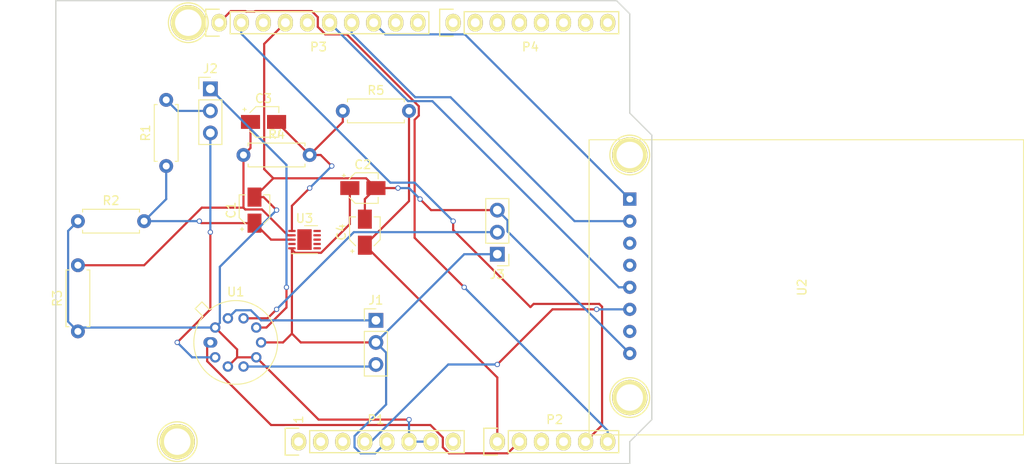
<source format=kicad_pcb>
(kicad_pcb (version 20171130) (host pcbnew "(5.1.8)-1")

  (general
    (thickness 1.6)
    (drawings 27)
    (tracks 177)
    (zones 0)
    (modules 23)
    (nets 45)
  )

  (page A4)
  (title_block
    (date "lun. 30 mars 2015")
  )

  (layers
    (0 F.Cu signal)
    (31 B.Cu signal)
    (32 B.Adhes user)
    (33 F.Adhes user)
    (34 B.Paste user)
    (35 F.Paste user)
    (36 B.SilkS user)
    (37 F.SilkS user)
    (38 B.Mask user)
    (39 F.Mask user)
    (40 Dwgs.User user)
    (41 Cmts.User user)
    (42 Eco1.User user)
    (43 Eco2.User user)
    (44 Edge.Cuts user)
    (45 Margin user)
    (46 B.CrtYd user)
    (47 F.CrtYd user)
    (48 B.Fab user)
    (49 F.Fab user)
  )

  (setup
    (last_trace_width 0.25)
    (trace_clearance 0.2)
    (zone_clearance 0.508)
    (zone_45_only no)
    (trace_min 0.2)
    (via_size 0.6)
    (via_drill 0.4)
    (via_min_size 0.4)
    (via_min_drill 0.3)
    (uvia_size 0.3)
    (uvia_drill 0.1)
    (uvias_allowed no)
    (uvia_min_size 0.2)
    (uvia_min_drill 0.1)
    (edge_width 0.15)
    (segment_width 0.15)
    (pcb_text_width 0.3)
    (pcb_text_size 1.5 1.5)
    (mod_edge_width 0.15)
    (mod_text_size 1 1)
    (mod_text_width 0.15)
    (pad_size 4.064 4.064)
    (pad_drill 3.048)
    (pad_to_mask_clearance 0)
    (aux_axis_origin 110.998 126.365)
    (grid_origin 110.998 126.365)
    (visible_elements 7FFFFFFF)
    (pcbplotparams
      (layerselection 0x00030_80000001)
      (usegerberextensions false)
      (usegerberattributes true)
      (usegerberadvancedattributes true)
      (creategerberjobfile true)
      (excludeedgelayer true)
      (linewidth 0.100000)
      (plotframeref false)
      (viasonmask false)
      (mode 1)
      (useauxorigin false)
      (hpglpennumber 1)
      (hpglpenspeed 20)
      (hpglpendiameter 15.000000)
      (psnegative false)
      (psa4output false)
      (plotreference true)
      (plotvalue true)
      (plotinvisibletext false)
      (padsonsilk false)
      (subtractmaskfromsilk false)
      (outputformat 1)
      (mirror false)
      (drillshape 1)
      (scaleselection 1)
      (outputdirectory ""))
  )

  (net 0 "")
  (net 1 /IOREF)
  (net 2 /Reset)
  (net 3 +5V)
  (net 4 GND)
  (net 5 /Vin)
  (net 6 /A1)
  (net 7 /A2)
  (net 8 /A3)
  (net 9 /AREF)
  (net 10 "/A4(SDA)")
  (net 11 "/A5(SCL)")
  (net 12 "/9(**)")
  (net 13 /8)
  (net 14 /7)
  (net 15 "/6(**)")
  (net 16 "/5(**)")
  (net 17 /4)
  (net 18 "/3(**)")
  (net 19 /2)
  (net 20 "/1(Tx)")
  (net 21 "/0(Rx)")
  (net 22 "Net-(P5-Pad1)")
  (net 23 "Net-(P6-Pad1)")
  (net 24 "Net-(P7-Pad1)")
  (net 25 "Net-(P8-Pad1)")
  (net 26 "/13(SCK)")
  (net 27 "Net-(P1-Pad1)")
  (net 28 +3V3)
  (net 29 "Net-(U2-Pad7)")
  (net 30 "Net-(U2-Pad4)")
  (net 31 "Net-(U2-Pad3)")
  (net 32 "Net-(C1-Pad1)")
  (net 33 "Net-(C3-Pad2)")
  (net 34 "Net-(C3-Pad1)")
  (net 35 ADC)
  (net 36 /LGS_in)
  (net 37 /RGS_in)
  (net 38 /LGS_out)
  (net 39 Sensor)
  (net 40 /RGS_out)
  (net 41 /Resistor_in)
  (net 42 /RST)
  (net 43 /RX)
  (net 44 /TX)

  (net_class Default "This is the default net class."
    (clearance 0.2)
    (trace_width 0.25)
    (via_dia 0.6)
    (via_drill 0.4)
    (uvia_dia 0.3)
    (uvia_drill 0.1)
    (add_net +3V3)
    (add_net +5V)
    (add_net "/0(Rx)")
    (add_net "/1(Tx)")
    (add_net "/13(SCK)")
    (add_net /2)
    (add_net "/3(**)")
    (add_net /4)
    (add_net "/5(**)")
    (add_net "/6(**)")
    (add_net /7)
    (add_net /8)
    (add_net "/9(**)")
    (add_net /A1)
    (add_net /A2)
    (add_net /A3)
    (add_net "/A4(SDA)")
    (add_net "/A5(SCL)")
    (add_net /AREF)
    (add_net /IOREF)
    (add_net /LGS_in)
    (add_net /LGS_out)
    (add_net /RGS_in)
    (add_net /RGS_out)
    (add_net /RST)
    (add_net /RX)
    (add_net /Reset)
    (add_net /Resistor_in)
    (add_net /TX)
    (add_net /Vin)
    (add_net ADC)
    (add_net GND)
    (add_net "Net-(C1-Pad1)")
    (add_net "Net-(C3-Pad1)")
    (add_net "Net-(C3-Pad2)")
    (add_net "Net-(P1-Pad1)")
    (add_net "Net-(P5-Pad1)")
    (add_net "Net-(P6-Pad1)")
    (add_net "Net-(P7-Pad1)")
    (add_net "Net-(P8-Pad1)")
    (add_net "Net-(U2-Pad3)")
    (add_net "Net-(U2-Pad4)")
    (add_net "Net-(U2-Pad7)")
    (add_net Sensor)
  )

  (module Package_DFN_QFN:DFN-10-1EP_3x3mm_P0.5mm_EP1.65x2.38mm (layer F.Cu) (tedit 5DC5F54E) (tstamp 601710D2)
    (at 139.613 100.555)
    (descr "DFN, 10 Pin (https://www.analog.com/media/en/technical-documentation/data-sheets/3471fb.pdf#page=15), generated with kicad-footprint-generator ipc_noLead_generator.py")
    (tags "DFN NoLead")
    (path /6006CE13)
    (attr smd)
    (fp_text reference U3 (at 0 -2.45) (layer F.SilkS)
      (effects (font (size 1 1) (thickness 0.15)))
    )
    (fp_text value LTC10150 (at 0 2.45) (layer F.Fab)
      (effects (font (size 1 1) (thickness 0.15)))
    )
    (fp_line (start 2.12 -1.75) (end -2.12 -1.75) (layer F.CrtYd) (width 0.05))
    (fp_line (start 2.12 1.75) (end 2.12 -1.75) (layer F.CrtYd) (width 0.05))
    (fp_line (start -2.12 1.75) (end 2.12 1.75) (layer F.CrtYd) (width 0.05))
    (fp_line (start -2.12 -1.75) (end -2.12 1.75) (layer F.CrtYd) (width 0.05))
    (fp_line (start -1.5 -0.75) (end -0.75 -1.5) (layer F.Fab) (width 0.1))
    (fp_line (start -1.5 1.5) (end -1.5 -0.75) (layer F.Fab) (width 0.1))
    (fp_line (start 1.5 1.5) (end -1.5 1.5) (layer F.Fab) (width 0.1))
    (fp_line (start 1.5 -1.5) (end 1.5 1.5) (layer F.Fab) (width 0.1))
    (fp_line (start -0.75 -1.5) (end 1.5 -1.5) (layer F.Fab) (width 0.1))
    (fp_line (start -1.5 1.61) (end 1.5 1.61) (layer F.SilkS) (width 0.12))
    (fp_line (start 0 -1.61) (end 1.5 -1.61) (layer F.SilkS) (width 0.12))
    (fp_text user %R (at 0 0) (layer F.Fab)
      (effects (font (size 0.75 0.75) (thickness 0.11)))
    )
    (pad "" smd roundrect (at 0.41 0.595) (size 0.67 0.96) (layers F.Paste) (roundrect_rratio 0.25))
    (pad "" smd roundrect (at 0.41 -0.595) (size 0.67 0.96) (layers F.Paste) (roundrect_rratio 0.25))
    (pad "" smd roundrect (at -0.41 0.595) (size 0.67 0.96) (layers F.Paste) (roundrect_rratio 0.25))
    (pad "" smd roundrect (at -0.41 -0.595) (size 0.67 0.96) (layers F.Paste) (roundrect_rratio 0.25))
    (pad 11 smd rect (at 0 0) (size 1.65 2.38) (layers F.Cu F.Mask))
    (pad 10 smd roundrect (at 1.45 -1) (size 0.85 0.25) (layers F.Cu F.Paste F.Mask) (roundrect_rratio 0.25))
    (pad 9 smd roundrect (at 1.45 -0.5) (size 0.85 0.25) (layers F.Cu F.Paste F.Mask) (roundrect_rratio 0.25))
    (pad 8 smd roundrect (at 1.45 0) (size 0.85 0.25) (layers F.Cu F.Paste F.Mask) (roundrect_rratio 0.25))
    (pad 7 smd roundrect (at 1.45 0.5) (size 0.85 0.25) (layers F.Cu F.Paste F.Mask) (roundrect_rratio 0.25))
    (pad 6 smd roundrect (at 1.45 1) (size 0.85 0.25) (layers F.Cu F.Paste F.Mask) (roundrect_rratio 0.25))
    (pad 5 smd roundrect (at -1.45 1) (size 0.85 0.25) (layers F.Cu F.Paste F.Mask) (roundrect_rratio 0.25)
      (net 3 +5V))
    (pad 4 smd roundrect (at -1.45 0.5) (size 0.85 0.25) (layers F.Cu F.Paste F.Mask) (roundrect_rratio 0.25))
    (pad 3 smd roundrect (at -1.45 0) (size 0.85 0.25) (layers F.Cu F.Paste F.Mask) (roundrect_rratio 0.25)
      (net 32 "Net-(C1-Pad1)"))
    (pad 2 smd roundrect (at -1.45 -0.5) (size 0.85 0.25) (layers F.Cu F.Paste F.Mask) (roundrect_rratio 0.25)
      (net 34 "Net-(C3-Pad1)"))
    (pad 1 smd roundrect (at -1.45 -1) (size 0.85 0.25) (layers F.Cu F.Paste F.Mask) (roundrect_rratio 0.25)
      (net 33 "Net-(C3-Pad2)"))
    (model ${KISYS3DMOD}/Package_DFN_QFN.3dshapes/DFN-10-1EP_3x3mm_P0.5mm_EP1.65x2.38mm.wrl
      (at (xyz 0 0 0))
      (scale (xyz 1 1 1))
      (rotate (xyz 0 0 0))
    )
  )

  (module Resistor_THT:R_Axial_DIN0207_L6.3mm_D2.5mm_P7.62mm_Horizontal (layer F.Cu) (tedit 5AE5139B) (tstamp 6017103F)
    (at 144.018 85.725)
    (descr "Resistor, Axial_DIN0207 series, Axial, Horizontal, pin pitch=7.62mm, 0.25W = 1/4W, length*diameter=6.3*2.5mm^2, http://cdn-reichelt.de/documents/datenblatt/B400/1_4W%23YAG.pdf")
    (tags "Resistor Axial_DIN0207 series Axial Horizontal pin pitch 7.62mm 0.25W = 1/4W length 6.3mm diameter 2.5mm")
    (path /6005E0C6)
    (fp_text reference R5 (at 3.81 -2.37) (layer F.SilkS)
      (effects (font (size 1 1) (thickness 0.15)))
    )
    (fp_text value 1k (at 3.81 2.37) (layer F.Fab)
      (effects (font (size 1 1) (thickness 0.15)))
    )
    (fp_line (start 8.67 -1.5) (end -1.05 -1.5) (layer F.CrtYd) (width 0.05))
    (fp_line (start 8.67 1.5) (end 8.67 -1.5) (layer F.CrtYd) (width 0.05))
    (fp_line (start -1.05 1.5) (end 8.67 1.5) (layer F.CrtYd) (width 0.05))
    (fp_line (start -1.05 -1.5) (end -1.05 1.5) (layer F.CrtYd) (width 0.05))
    (fp_line (start 7.08 1.37) (end 7.08 1.04) (layer F.SilkS) (width 0.12))
    (fp_line (start 0.54 1.37) (end 7.08 1.37) (layer F.SilkS) (width 0.12))
    (fp_line (start 0.54 1.04) (end 0.54 1.37) (layer F.SilkS) (width 0.12))
    (fp_line (start 7.08 -1.37) (end 7.08 -1.04) (layer F.SilkS) (width 0.12))
    (fp_line (start 0.54 -1.37) (end 7.08 -1.37) (layer F.SilkS) (width 0.12))
    (fp_line (start 0.54 -1.04) (end 0.54 -1.37) (layer F.SilkS) (width 0.12))
    (fp_line (start 7.62 0) (end 6.96 0) (layer F.Fab) (width 0.1))
    (fp_line (start 0 0) (end 0.66 0) (layer F.Fab) (width 0.1))
    (fp_line (start 6.96 -1.25) (end 0.66 -1.25) (layer F.Fab) (width 0.1))
    (fp_line (start 6.96 1.25) (end 6.96 -1.25) (layer F.Fab) (width 0.1))
    (fp_line (start 0.66 1.25) (end 6.96 1.25) (layer F.Fab) (width 0.1))
    (fp_line (start 0.66 -1.25) (end 0.66 1.25) (layer F.Fab) (width 0.1))
    (fp_text user %R (at 3.81 0 90) (layer F.Fab)
      (effects (font (size 1 1) (thickness 0.15)))
    )
    (pad 2 thru_hole oval (at 7.62 0) (size 1.6 1.6) (drill 0.8) (layers *.Cu *.Mask)
      (net 35 ADC))
    (pad 1 thru_hole circle (at 0 0) (size 1.6 1.6) (drill 0.8) (layers *.Cu *.Mask)
      (net 33 "Net-(C3-Pad2)"))
    (model ${KISYS3DMOD}/Resistor_THT.3dshapes/R_Axial_DIN0207_L6.3mm_D2.5mm_P7.62mm_Horizontal.wrl
      (at (xyz 0 0 0))
      (scale (xyz 1 1 1))
      (rotate (xyz 0 0 0))
    )
  )

  (module Resistor_THT:R_Axial_DIN0207_L6.3mm_D2.5mm_P7.62mm_Horizontal (layer F.Cu) (tedit 5AE5139B) (tstamp 60171028)
    (at 132.588 90.805)
    (descr "Resistor, Axial_DIN0207 series, Axial, Horizontal, pin pitch=7.62mm, 0.25W = 1/4W, length*diameter=6.3*2.5mm^2, http://cdn-reichelt.de/documents/datenblatt/B400/1_4W%23YAG.pdf")
    (tags "Resistor Axial_DIN0207 series Axial Horizontal pin pitch 7.62mm 0.25W = 1/4W length 6.3mm diameter 2.5mm")
    (path /600606E3)
    (fp_text reference R4 (at 3.81 -2.37) (layer F.SilkS)
      (effects (font (size 1 1) (thickness 0.15)))
    )
    (fp_text value 100k (at 3.81 2.37) (layer F.Fab)
      (effects (font (size 1 1) (thickness 0.15)))
    )
    (fp_line (start 8.67 -1.5) (end -1.05 -1.5) (layer F.CrtYd) (width 0.05))
    (fp_line (start 8.67 1.5) (end 8.67 -1.5) (layer F.CrtYd) (width 0.05))
    (fp_line (start -1.05 1.5) (end 8.67 1.5) (layer F.CrtYd) (width 0.05))
    (fp_line (start -1.05 -1.5) (end -1.05 1.5) (layer F.CrtYd) (width 0.05))
    (fp_line (start 7.08 1.37) (end 7.08 1.04) (layer F.SilkS) (width 0.12))
    (fp_line (start 0.54 1.37) (end 7.08 1.37) (layer F.SilkS) (width 0.12))
    (fp_line (start 0.54 1.04) (end 0.54 1.37) (layer F.SilkS) (width 0.12))
    (fp_line (start 7.08 -1.37) (end 7.08 -1.04) (layer F.SilkS) (width 0.12))
    (fp_line (start 0.54 -1.37) (end 7.08 -1.37) (layer F.SilkS) (width 0.12))
    (fp_line (start 0.54 -1.04) (end 0.54 -1.37) (layer F.SilkS) (width 0.12))
    (fp_line (start 7.62 0) (end 6.96 0) (layer F.Fab) (width 0.1))
    (fp_line (start 0 0) (end 0.66 0) (layer F.Fab) (width 0.1))
    (fp_line (start 6.96 -1.25) (end 0.66 -1.25) (layer F.Fab) (width 0.1))
    (fp_line (start 6.96 1.25) (end 6.96 -1.25) (layer F.Fab) (width 0.1))
    (fp_line (start 0.66 1.25) (end 6.96 1.25) (layer F.Fab) (width 0.1))
    (fp_line (start 0.66 -1.25) (end 0.66 1.25) (layer F.Fab) (width 0.1))
    (fp_text user %R (at 3.81 0) (layer F.Fab)
      (effects (font (size 1 1) (thickness 0.15)))
    )
    (pad 2 thru_hole oval (at 7.62 0) (size 1.6 1.6) (drill 0.8) (layers *.Cu *.Mask)
      (net 33 "Net-(C3-Pad2)"))
    (pad 1 thru_hole circle (at 0 0) (size 1.6 1.6) (drill 0.8) (layers *.Cu *.Mask)
      (net 34 "Net-(C3-Pad1)"))
    (model ${KISYS3DMOD}/Resistor_THT.3dshapes/R_Axial_DIN0207_L6.3mm_D2.5mm_P7.62mm_Horizontal.wrl
      (at (xyz 0 0 0))
      (scale (xyz 1 1 1))
      (rotate (xyz 0 0 0))
    )
  )

  (module Resistor_THT:R_Axial_DIN0207_L6.3mm_D2.5mm_P7.62mm_Horizontal (layer F.Cu) (tedit 5AE5139B) (tstamp 60171011)
    (at 113.538 111.125 90)
    (descr "Resistor, Axial_DIN0207 series, Axial, Horizontal, pin pitch=7.62mm, 0.25W = 1/4W, length*diameter=6.3*2.5mm^2, http://cdn-reichelt.de/documents/datenblatt/B400/1_4W%23YAG.pdf")
    (tags "Resistor Axial_DIN0207 series Axial Horizontal pin pitch 7.62mm 0.25W = 1/4W length 6.3mm diameter 2.5mm")
    (path /6005B0D3)
    (fp_text reference R3 (at 3.81 -2.37 90) (layer F.SilkS)
      (effects (font (size 1 1) (thickness 0.15)))
    )
    (fp_text value 1k (at 3.81 2.37 90) (layer F.Fab)
      (effects (font (size 1 1) (thickness 0.15)))
    )
    (fp_line (start 8.67 -1.5) (end -1.05 -1.5) (layer F.CrtYd) (width 0.05))
    (fp_line (start 8.67 1.5) (end 8.67 -1.5) (layer F.CrtYd) (width 0.05))
    (fp_line (start -1.05 1.5) (end 8.67 1.5) (layer F.CrtYd) (width 0.05))
    (fp_line (start -1.05 -1.5) (end -1.05 1.5) (layer F.CrtYd) (width 0.05))
    (fp_line (start 7.08 1.37) (end 7.08 1.04) (layer F.SilkS) (width 0.12))
    (fp_line (start 0.54 1.37) (end 7.08 1.37) (layer F.SilkS) (width 0.12))
    (fp_line (start 0.54 1.04) (end 0.54 1.37) (layer F.SilkS) (width 0.12))
    (fp_line (start 7.08 -1.37) (end 7.08 -1.04) (layer F.SilkS) (width 0.12))
    (fp_line (start 0.54 -1.37) (end 7.08 -1.37) (layer F.SilkS) (width 0.12))
    (fp_line (start 0.54 -1.04) (end 0.54 -1.37) (layer F.SilkS) (width 0.12))
    (fp_line (start 7.62 0) (end 6.96 0) (layer F.Fab) (width 0.1))
    (fp_line (start 0 0) (end 0.66 0) (layer F.Fab) (width 0.1))
    (fp_line (start 6.96 -1.25) (end 0.66 -1.25) (layer F.Fab) (width 0.1))
    (fp_line (start 6.96 1.25) (end 6.96 -1.25) (layer F.Fab) (width 0.1))
    (fp_line (start 0.66 1.25) (end 6.96 1.25) (layer F.Fab) (width 0.1))
    (fp_line (start 0.66 -1.25) (end 0.66 1.25) (layer F.Fab) (width 0.1))
    (fp_text user %R (at 3.81 0 90) (layer F.Fab)
      (effects (font (size 1 1) (thickness 0.15)))
    )
    (pad 2 thru_hole oval (at 7.62 0 90) (size 1.6 1.6) (drill 0.8) (layers *.Cu *.Mask)
      (net 34 "Net-(C3-Pad1)"))
    (pad 1 thru_hole circle (at 0 0 90) (size 1.6 1.6) (drill 0.8) (layers *.Cu *.Mask)
      (net 4 GND))
    (model ${KISYS3DMOD}/Resistor_THT.3dshapes/R_Axial_DIN0207_L6.3mm_D2.5mm_P7.62mm_Horizontal.wrl
      (at (xyz 0 0 0))
      (scale (xyz 1 1 1))
      (rotate (xyz 0 0 0))
    )
  )

  (module Resistor_THT:R_Axial_DIN0207_L6.3mm_D2.5mm_P7.62mm_Horizontal (layer F.Cu) (tedit 5AE5139B) (tstamp 60170FFA)
    (at 113.538 98.425)
    (descr "Resistor, Axial_DIN0207 series, Axial, Horizontal, pin pitch=7.62mm, 0.25W = 1/4W, length*diameter=6.3*2.5mm^2, http://cdn-reichelt.de/documents/datenblatt/B400/1_4W%23YAG.pdf")
    (tags "Resistor Axial_DIN0207 series Axial Horizontal pin pitch 7.62mm 0.25W = 1/4W length 6.3mm diameter 2.5mm")
    (path /6005A9C6)
    (fp_text reference R2 (at 3.81 -2.37) (layer F.SilkS)
      (effects (font (size 1 1) (thickness 0.15)))
    )
    (fp_text value 100k (at 3.81 2.37) (layer F.Fab)
      (effects (font (size 1 1) (thickness 0.15)))
    )
    (fp_line (start 8.67 -1.5) (end -1.05 -1.5) (layer F.CrtYd) (width 0.05))
    (fp_line (start 8.67 1.5) (end 8.67 -1.5) (layer F.CrtYd) (width 0.05))
    (fp_line (start -1.05 1.5) (end 8.67 1.5) (layer F.CrtYd) (width 0.05))
    (fp_line (start -1.05 -1.5) (end -1.05 1.5) (layer F.CrtYd) (width 0.05))
    (fp_line (start 7.08 1.37) (end 7.08 1.04) (layer F.SilkS) (width 0.12))
    (fp_line (start 0.54 1.37) (end 7.08 1.37) (layer F.SilkS) (width 0.12))
    (fp_line (start 0.54 1.04) (end 0.54 1.37) (layer F.SilkS) (width 0.12))
    (fp_line (start 7.08 -1.37) (end 7.08 -1.04) (layer F.SilkS) (width 0.12))
    (fp_line (start 0.54 -1.37) (end 7.08 -1.37) (layer F.SilkS) (width 0.12))
    (fp_line (start 0.54 -1.04) (end 0.54 -1.37) (layer F.SilkS) (width 0.12))
    (fp_line (start 7.62 0) (end 6.96 0) (layer F.Fab) (width 0.1))
    (fp_line (start 0 0) (end 0.66 0) (layer F.Fab) (width 0.1))
    (fp_line (start 6.96 -1.25) (end 0.66 -1.25) (layer F.Fab) (width 0.1))
    (fp_line (start 6.96 1.25) (end 6.96 -1.25) (layer F.Fab) (width 0.1))
    (fp_line (start 0.66 1.25) (end 6.96 1.25) (layer F.Fab) (width 0.1))
    (fp_line (start 0.66 -1.25) (end 0.66 1.25) (layer F.Fab) (width 0.1))
    (fp_text user %R (at 3.81 0) (layer F.Fab)
      (effects (font (size 1 1) (thickness 0.15)))
    )
    (pad 2 thru_hole oval (at 7.62 0) (size 1.6 1.6) (drill 0.8) (layers *.Cu *.Mask)
      (net 32 "Net-(C1-Pad1)"))
    (pad 1 thru_hole circle (at 0 0) (size 1.6 1.6) (drill 0.8) (layers *.Cu *.Mask)
      (net 4 GND))
    (model ${KISYS3DMOD}/Resistor_THT.3dshapes/R_Axial_DIN0207_L6.3mm_D2.5mm_P7.62mm_Horizontal.wrl
      (at (xyz 0 0 0))
      (scale (xyz 1 1 1))
      (rotate (xyz 0 0 0))
    )
  )

  (module Resistor_THT:R_Axial_DIN0207_L6.3mm_D2.5mm_P7.62mm_Horizontal (layer F.Cu) (tedit 5AE5139B) (tstamp 60170FE3)
    (at 123.698 92.075 90)
    (descr "Resistor, Axial_DIN0207 series, Axial, Horizontal, pin pitch=7.62mm, 0.25W = 1/4W, length*diameter=6.3*2.5mm^2, http://cdn-reichelt.de/documents/datenblatt/B400/1_4W%23YAG.pdf")
    (tags "Resistor Axial_DIN0207 series Axial Horizontal pin pitch 7.62mm 0.25W = 1/4W length 6.3mm diameter 2.5mm")
    (path /6005A590)
    (fp_text reference R1 (at 3.81 -2.37 90) (layer F.SilkS)
      (effects (font (size 1 1) (thickness 0.15)))
    )
    (fp_text value 10k (at 3.81 2.37 90) (layer F.Fab)
      (effects (font (size 1 1) (thickness 0.15)))
    )
    (fp_line (start 8.67 -1.5) (end -1.05 -1.5) (layer F.CrtYd) (width 0.05))
    (fp_line (start 8.67 1.5) (end 8.67 -1.5) (layer F.CrtYd) (width 0.05))
    (fp_line (start -1.05 1.5) (end 8.67 1.5) (layer F.CrtYd) (width 0.05))
    (fp_line (start -1.05 -1.5) (end -1.05 1.5) (layer F.CrtYd) (width 0.05))
    (fp_line (start 7.08 1.37) (end 7.08 1.04) (layer F.SilkS) (width 0.12))
    (fp_line (start 0.54 1.37) (end 7.08 1.37) (layer F.SilkS) (width 0.12))
    (fp_line (start 0.54 1.04) (end 0.54 1.37) (layer F.SilkS) (width 0.12))
    (fp_line (start 7.08 -1.37) (end 7.08 -1.04) (layer F.SilkS) (width 0.12))
    (fp_line (start 0.54 -1.37) (end 7.08 -1.37) (layer F.SilkS) (width 0.12))
    (fp_line (start 0.54 -1.04) (end 0.54 -1.37) (layer F.SilkS) (width 0.12))
    (fp_line (start 7.62 0) (end 6.96 0) (layer F.Fab) (width 0.1))
    (fp_line (start 0 0) (end 0.66 0) (layer F.Fab) (width 0.1))
    (fp_line (start 6.96 -1.25) (end 0.66 -1.25) (layer F.Fab) (width 0.1))
    (fp_line (start 6.96 1.25) (end 6.96 -1.25) (layer F.Fab) (width 0.1))
    (fp_line (start 0.66 1.25) (end 6.96 1.25) (layer F.Fab) (width 0.1))
    (fp_line (start 0.66 -1.25) (end 0.66 1.25) (layer F.Fab) (width 0.1))
    (fp_text user %R (at 3.81 0 90) (layer F.Fab)
      (effects (font (size 1 1) (thickness 0.15)))
    )
    (pad 2 thru_hole oval (at 7.62 0 90) (size 1.6 1.6) (drill 0.8) (layers *.Cu *.Mask)
      (net 39 Sensor))
    (pad 1 thru_hole circle (at 0 0 90) (size 1.6 1.6) (drill 0.8) (layers *.Cu *.Mask)
      (net 32 "Net-(C1-Pad1)"))
    (model ${KISYS3DMOD}/Resistor_THT.3dshapes/R_Axial_DIN0207_L6.3mm_D2.5mm_P7.62mm_Horizontal.wrl
      (at (xyz 0 0 0))
      (scale (xyz 1 1 1))
      (rotate (xyz 0 0 0))
    )
  )

  (module Connector_PinHeader_2.54mm:PinHeader_1x03_P2.54mm_Vertical (layer F.Cu) (tedit 59FED5CC) (tstamp 60170EF4)
    (at 161.798 102.235 180)
    (descr "Through hole straight pin header, 1x03, 2.54mm pitch, single row")
    (tags "Through hole pin header THT 1x03 2.54mm single row")
    (path /5FFEF31C)
    (fp_text reference J3 (at 0 -2.33) (layer F.SilkS)
      (effects (font (size 1 1) (thickness 0.15)))
    )
    (fp_text value Conn_01x03 (at 0 7.41) (layer F.Fab)
      (effects (font (size 1 1) (thickness 0.15)))
    )
    (fp_line (start 1.8 -1.8) (end -1.8 -1.8) (layer F.CrtYd) (width 0.05))
    (fp_line (start 1.8 6.85) (end 1.8 -1.8) (layer F.CrtYd) (width 0.05))
    (fp_line (start -1.8 6.85) (end 1.8 6.85) (layer F.CrtYd) (width 0.05))
    (fp_line (start -1.8 -1.8) (end -1.8 6.85) (layer F.CrtYd) (width 0.05))
    (fp_line (start -1.33 -1.33) (end 0 -1.33) (layer F.SilkS) (width 0.12))
    (fp_line (start -1.33 0) (end -1.33 -1.33) (layer F.SilkS) (width 0.12))
    (fp_line (start -1.33 1.27) (end 1.33 1.27) (layer F.SilkS) (width 0.12))
    (fp_line (start 1.33 1.27) (end 1.33 6.41) (layer F.SilkS) (width 0.12))
    (fp_line (start -1.33 1.27) (end -1.33 6.41) (layer F.SilkS) (width 0.12))
    (fp_line (start -1.33 6.41) (end 1.33 6.41) (layer F.SilkS) (width 0.12))
    (fp_line (start -1.27 -0.635) (end -0.635 -1.27) (layer F.Fab) (width 0.1))
    (fp_line (start -1.27 6.35) (end -1.27 -0.635) (layer F.Fab) (width 0.1))
    (fp_line (start 1.27 6.35) (end -1.27 6.35) (layer F.Fab) (width 0.1))
    (fp_line (start 1.27 -1.27) (end 1.27 6.35) (layer F.Fab) (width 0.1))
    (fp_line (start -0.635 -1.27) (end 1.27 -1.27) (layer F.Fab) (width 0.1))
    (fp_text user %R (at 0 2.54 90) (layer F.Fab)
      (effects (font (size 1 1) (thickness 0.15)))
    )
    (pad 3 thru_hole oval (at 0 5.08 180) (size 1.7 1.7) (drill 1) (layers *.Cu *.Mask)
      (net 4 GND))
    (pad 2 thru_hole oval (at 0 2.54 180) (size 1.7 1.7) (drill 1) (layers *.Cu *.Mask)
      (net 41 /Resistor_in))
    (pad 1 thru_hole rect (at 0 0 180) (size 1.7 1.7) (drill 1) (layers *.Cu *.Mask)
      (net 3 +5V))
    (model ${KISYS3DMOD}/Connector_PinHeader_2.54mm.3dshapes/PinHeader_1x03_P2.54mm_Vertical.wrl
      (at (xyz 0 0 0))
      (scale (xyz 1 1 1))
      (rotate (xyz 0 0 0))
    )
  )

  (module Connector_PinHeader_2.54mm:PinHeader_1x03_P2.54mm_Vertical (layer F.Cu) (tedit 59FED5CC) (tstamp 60170EDD)
    (at 128.778 83.185)
    (descr "Through hole straight pin header, 1x03, 2.54mm pitch, single row")
    (tags "Through hole pin header THT 1x03 2.54mm single row")
    (path /5FFEF046)
    (fp_text reference J2 (at 0 -2.33) (layer F.SilkS)
      (effects (font (size 1 1) (thickness 0.15)))
    )
    (fp_text value Conn_01x03 (at 0 7.41) (layer F.Fab)
      (effects (font (size 1 1) (thickness 0.15)))
    )
    (fp_line (start 1.8 -1.8) (end -1.8 -1.8) (layer F.CrtYd) (width 0.05))
    (fp_line (start 1.8 6.85) (end 1.8 -1.8) (layer F.CrtYd) (width 0.05))
    (fp_line (start -1.8 6.85) (end 1.8 6.85) (layer F.CrtYd) (width 0.05))
    (fp_line (start -1.8 -1.8) (end -1.8 6.85) (layer F.CrtYd) (width 0.05))
    (fp_line (start -1.33 -1.33) (end 0 -1.33) (layer F.SilkS) (width 0.12))
    (fp_line (start -1.33 0) (end -1.33 -1.33) (layer F.SilkS) (width 0.12))
    (fp_line (start -1.33 1.27) (end 1.33 1.27) (layer F.SilkS) (width 0.12))
    (fp_line (start 1.33 1.27) (end 1.33 6.41) (layer F.SilkS) (width 0.12))
    (fp_line (start -1.33 1.27) (end -1.33 6.41) (layer F.SilkS) (width 0.12))
    (fp_line (start -1.33 6.41) (end 1.33 6.41) (layer F.SilkS) (width 0.12))
    (fp_line (start -1.27 -0.635) (end -0.635 -1.27) (layer F.Fab) (width 0.1))
    (fp_line (start -1.27 6.35) (end -1.27 -0.635) (layer F.Fab) (width 0.1))
    (fp_line (start 1.27 6.35) (end -1.27 6.35) (layer F.Fab) (width 0.1))
    (fp_line (start 1.27 -1.27) (end 1.27 6.35) (layer F.Fab) (width 0.1))
    (fp_line (start -0.635 -1.27) (end 1.27 -1.27) (layer F.Fab) (width 0.1))
    (fp_text user %R (at 0 2.54 90) (layer F.Fab)
      (effects (font (size 1 1) (thickness 0.15)))
    )
    (pad 3 thru_hole oval (at 0 5.08) (size 1.7 1.7) (drill 1) (layers *.Cu *.Mask)
      (net 38 /LGS_out))
    (pad 2 thru_hole oval (at 0 2.54) (size 1.7 1.7) (drill 1) (layers *.Cu *.Mask)
      (net 39 Sensor))
    (pad 1 thru_hole rect (at 0 0) (size 1.7 1.7) (drill 1) (layers *.Cu *.Mask)
      (net 40 /RGS_out))
    (model ${KISYS3DMOD}/Connector_PinHeader_2.54mm.3dshapes/PinHeader_1x03_P2.54mm_Vertical.wrl
      (at (xyz 0 0 0))
      (scale (xyz 1 1 1))
      (rotate (xyz 0 0 0))
    )
  )

  (module Connector_PinHeader_2.54mm:PinHeader_1x03_P2.54mm_Vertical (layer F.Cu) (tedit 59FED5CC) (tstamp 60170EC6)
    (at 147.828 109.855)
    (descr "Through hole straight pin header, 1x03, 2.54mm pitch, single row")
    (tags "Through hole pin header THT 1x03 2.54mm single row")
    (path /5FFEE8C7)
    (fp_text reference J1 (at 0 -2.33) (layer F.SilkS)
      (effects (font (size 1 1) (thickness 0.15)))
    )
    (fp_text value Conn_01x03 (at 0 7.41) (layer F.Fab)
      (effects (font (size 1 1) (thickness 0.15)))
    )
    (fp_line (start 1.8 -1.8) (end -1.8 -1.8) (layer F.CrtYd) (width 0.05))
    (fp_line (start 1.8 6.85) (end 1.8 -1.8) (layer F.CrtYd) (width 0.05))
    (fp_line (start -1.8 6.85) (end 1.8 6.85) (layer F.CrtYd) (width 0.05))
    (fp_line (start -1.8 -1.8) (end -1.8 6.85) (layer F.CrtYd) (width 0.05))
    (fp_line (start -1.33 -1.33) (end 0 -1.33) (layer F.SilkS) (width 0.12))
    (fp_line (start -1.33 0) (end -1.33 -1.33) (layer F.SilkS) (width 0.12))
    (fp_line (start -1.33 1.27) (end 1.33 1.27) (layer F.SilkS) (width 0.12))
    (fp_line (start 1.33 1.27) (end 1.33 6.41) (layer F.SilkS) (width 0.12))
    (fp_line (start -1.33 1.27) (end -1.33 6.41) (layer F.SilkS) (width 0.12))
    (fp_line (start -1.33 6.41) (end 1.33 6.41) (layer F.SilkS) (width 0.12))
    (fp_line (start -1.27 -0.635) (end -0.635 -1.27) (layer F.Fab) (width 0.1))
    (fp_line (start -1.27 6.35) (end -1.27 -0.635) (layer F.Fab) (width 0.1))
    (fp_line (start 1.27 6.35) (end -1.27 6.35) (layer F.Fab) (width 0.1))
    (fp_line (start 1.27 -1.27) (end 1.27 6.35) (layer F.Fab) (width 0.1))
    (fp_line (start -0.635 -1.27) (end 1.27 -1.27) (layer F.Fab) (width 0.1))
    (fp_text user %R (at 0 2.54 90) (layer F.Fab)
      (effects (font (size 1 1) (thickness 0.15)))
    )
    (pad 3 thru_hole oval (at 0 5.08) (size 1.7 1.7) (drill 1) (layers *.Cu *.Mask)
      (net 36 /LGS_in))
    (pad 2 thru_hole oval (at 0 2.54) (size 1.7 1.7) (drill 1) (layers *.Cu *.Mask)
      (net 3 +5V))
    (pad 1 thru_hole rect (at 0 0) (size 1.7 1.7) (drill 1) (layers *.Cu *.Mask)
      (net 37 /RGS_in))
    (model ${KISYS3DMOD}/Connector_PinHeader_2.54mm.3dshapes/PinHeader_1x03_P2.54mm_Vertical.wrl
      (at (xyz 0 0 0))
      (scale (xyz 1 1 1))
      (rotate (xyz 0 0 0))
    )
  )

  (module Capacitor_SMD:CP_Elec_3x5.3 (layer F.Cu) (tedit 5B303299) (tstamp 60170EAF)
    (at 146.558 99.695 90)
    (descr "SMT capacitor, aluminium electrolytic, 3x5.3, Cornell Dubilier Electronics ")
    (tags "Capacitor Electrolytic")
    (path /60061FE2)
    (attr smd)
    (fp_text reference C4 (at 0 -2.7 90) (layer F.SilkS)
      (effects (font (size 1 1) (thickness 0.15)))
    )
    (fp_text value 100n (at 0 2.7 90) (layer F.Fab)
      (effects (font (size 1 1) (thickness 0.15)))
    )
    (fp_line (start -2.85 1.05) (end -1.78 1.05) (layer F.CrtYd) (width 0.05))
    (fp_line (start -2.85 -1.05) (end -2.85 1.05) (layer F.CrtYd) (width 0.05))
    (fp_line (start -1.78 -1.05) (end -2.85 -1.05) (layer F.CrtYd) (width 0.05))
    (fp_line (start -1.78 -1.05) (end -0.93 -1.9) (layer F.CrtYd) (width 0.05))
    (fp_line (start -1.78 1.05) (end -0.93 1.9) (layer F.CrtYd) (width 0.05))
    (fp_line (start -0.93 -1.9) (end 1.9 -1.9) (layer F.CrtYd) (width 0.05))
    (fp_line (start -0.93 1.9) (end 1.9 1.9) (layer F.CrtYd) (width 0.05))
    (fp_line (start 1.9 1.05) (end 1.9 1.9) (layer F.CrtYd) (width 0.05))
    (fp_line (start 2.85 1.05) (end 1.9 1.05) (layer F.CrtYd) (width 0.05))
    (fp_line (start 2.85 -1.05) (end 2.85 1.05) (layer F.CrtYd) (width 0.05))
    (fp_line (start 1.9 -1.05) (end 2.85 -1.05) (layer F.CrtYd) (width 0.05))
    (fp_line (start 1.9 -1.9) (end 1.9 -1.05) (layer F.CrtYd) (width 0.05))
    (fp_line (start -2.1875 -1.6225) (end -2.1875 -1.2475) (layer F.SilkS) (width 0.12))
    (fp_line (start -2.375 -1.435) (end -2 -1.435) (layer F.SilkS) (width 0.12))
    (fp_line (start -1.570563 1.06) (end -0.870563 1.76) (layer F.SilkS) (width 0.12))
    (fp_line (start -1.570563 -1.06) (end -0.870563 -1.76) (layer F.SilkS) (width 0.12))
    (fp_line (start -0.870563 1.76) (end 1.76 1.76) (layer F.SilkS) (width 0.12))
    (fp_line (start -0.870563 -1.76) (end 1.76 -1.76) (layer F.SilkS) (width 0.12))
    (fp_line (start 1.76 -1.76) (end 1.76 -1.06) (layer F.SilkS) (width 0.12))
    (fp_line (start 1.76 1.76) (end 1.76 1.06) (layer F.SilkS) (width 0.12))
    (fp_line (start -0.960469 -0.95) (end -0.960469 -0.65) (layer F.Fab) (width 0.1))
    (fp_line (start -1.110469 -0.8) (end -0.810469 -0.8) (layer F.Fab) (width 0.1))
    (fp_line (start -1.65 0.825) (end -0.825 1.65) (layer F.Fab) (width 0.1))
    (fp_line (start -1.65 -0.825) (end -0.825 -1.65) (layer F.Fab) (width 0.1))
    (fp_line (start -1.65 -0.825) (end -1.65 0.825) (layer F.Fab) (width 0.1))
    (fp_line (start -0.825 1.65) (end 1.65 1.65) (layer F.Fab) (width 0.1))
    (fp_line (start -0.825 -1.65) (end 1.65 -1.65) (layer F.Fab) (width 0.1))
    (fp_line (start 1.65 -1.65) (end 1.65 1.65) (layer F.Fab) (width 0.1))
    (fp_circle (center 0 0) (end 1.5 0) (layer F.Fab) (width 0.1))
    (fp_text user %R (at 0 0 90) (layer F.Fab)
      (effects (font (size 0.6 0.6) (thickness 0.09)))
    )
    (pad 2 smd rect (at 1.5 0 90) (size 2.2 1.6) (layers F.Cu F.Paste F.Mask)
      (net 4 GND))
    (pad 1 smd rect (at -1.5 0 90) (size 2.2 1.6) (layers F.Cu F.Paste F.Mask)
      (net 35 ADC))
    (model ${KISYS3DMOD}/Capacitor_SMD.3dshapes/CP_Elec_3x5.3.wrl
      (at (xyz 0 0 0))
      (scale (xyz 1 1 1))
      (rotate (xyz 0 0 0))
    )
  )

  (module Capacitor_SMD:CP_Elec_3x5.3 (layer F.Cu) (tedit 5B303299) (tstamp 60170E8B)
    (at 134.898 86.995)
    (descr "SMT capacitor, aluminium electrolytic, 3x5.3, Cornell Dubilier Electronics ")
    (tags "Capacitor Electrolytic")
    (path /60061C13)
    (attr smd)
    (fp_text reference C3 (at 0 -2.7) (layer F.SilkS)
      (effects (font (size 1 1) (thickness 0.15)))
    )
    (fp_text value 1u (at 0 2.7) (layer F.Fab)
      (effects (font (size 1 1) (thickness 0.15)))
    )
    (fp_line (start -2.85 1.05) (end -1.78 1.05) (layer F.CrtYd) (width 0.05))
    (fp_line (start -2.85 -1.05) (end -2.85 1.05) (layer F.CrtYd) (width 0.05))
    (fp_line (start -1.78 -1.05) (end -2.85 -1.05) (layer F.CrtYd) (width 0.05))
    (fp_line (start -1.78 -1.05) (end -0.93 -1.9) (layer F.CrtYd) (width 0.05))
    (fp_line (start -1.78 1.05) (end -0.93 1.9) (layer F.CrtYd) (width 0.05))
    (fp_line (start -0.93 -1.9) (end 1.9 -1.9) (layer F.CrtYd) (width 0.05))
    (fp_line (start -0.93 1.9) (end 1.9 1.9) (layer F.CrtYd) (width 0.05))
    (fp_line (start 1.9 1.05) (end 1.9 1.9) (layer F.CrtYd) (width 0.05))
    (fp_line (start 2.85 1.05) (end 1.9 1.05) (layer F.CrtYd) (width 0.05))
    (fp_line (start 2.85 -1.05) (end 2.85 1.05) (layer F.CrtYd) (width 0.05))
    (fp_line (start 1.9 -1.05) (end 2.85 -1.05) (layer F.CrtYd) (width 0.05))
    (fp_line (start 1.9 -1.9) (end 1.9 -1.05) (layer F.CrtYd) (width 0.05))
    (fp_line (start -2.1875 -1.6225) (end -2.1875 -1.2475) (layer F.SilkS) (width 0.12))
    (fp_line (start -2.375 -1.435) (end -2 -1.435) (layer F.SilkS) (width 0.12))
    (fp_line (start -1.570563 1.06) (end -0.870563 1.76) (layer F.SilkS) (width 0.12))
    (fp_line (start -1.570563 -1.06) (end -0.870563 -1.76) (layer F.SilkS) (width 0.12))
    (fp_line (start -0.870563 1.76) (end 1.76 1.76) (layer F.SilkS) (width 0.12))
    (fp_line (start -0.870563 -1.76) (end 1.76 -1.76) (layer F.SilkS) (width 0.12))
    (fp_line (start 1.76 -1.76) (end 1.76 -1.06) (layer F.SilkS) (width 0.12))
    (fp_line (start 1.76 1.76) (end 1.76 1.06) (layer F.SilkS) (width 0.12))
    (fp_line (start -0.960469 -0.95) (end -0.960469 -0.65) (layer F.Fab) (width 0.1))
    (fp_line (start -1.110469 -0.8) (end -0.810469 -0.8) (layer F.Fab) (width 0.1))
    (fp_line (start -1.65 0.825) (end -0.825 1.65) (layer F.Fab) (width 0.1))
    (fp_line (start -1.65 -0.825) (end -0.825 -1.65) (layer F.Fab) (width 0.1))
    (fp_line (start -1.65 -0.825) (end -1.65 0.825) (layer F.Fab) (width 0.1))
    (fp_line (start -0.825 1.65) (end 1.65 1.65) (layer F.Fab) (width 0.1))
    (fp_line (start -0.825 -1.65) (end 1.65 -1.65) (layer F.Fab) (width 0.1))
    (fp_line (start 1.65 -1.65) (end 1.65 1.65) (layer F.Fab) (width 0.1))
    (fp_circle (center 0 0) (end 1.5 0) (layer F.Fab) (width 0.1))
    (fp_text user %R (at 0 0) (layer F.Fab)
      (effects (font (size 0.6 0.6) (thickness 0.09)))
    )
    (pad 2 smd rect (at 1.5 0) (size 2.2 1.6) (layers F.Cu F.Paste F.Mask)
      (net 33 "Net-(C3-Pad2)"))
    (pad 1 smd rect (at -1.5 0) (size 2.2 1.6) (layers F.Cu F.Paste F.Mask)
      (net 34 "Net-(C3-Pad1)"))
    (model ${KISYS3DMOD}/Capacitor_SMD.3dshapes/CP_Elec_3x5.3.wrl
      (at (xyz 0 0 0))
      (scale (xyz 1 1 1))
      (rotate (xyz 0 0 0))
    )
  )

  (module Capacitor_SMD:CP_Elec_3x5.3 (layer F.Cu) (tedit 5B303299) (tstamp 60170E67)
    (at 146.328 94.615)
    (descr "SMT capacitor, aluminium electrolytic, 3x5.3, Cornell Dubilier Electronics ")
    (tags "Capacitor Electrolytic")
    (path /6006181C)
    (attr smd)
    (fp_text reference C2 (at 0 -2.7) (layer F.SilkS)
      (effects (font (size 1 1) (thickness 0.15)))
    )
    (fp_text value 100n (at 0 2.7) (layer F.Fab)
      (effects (font (size 1 1) (thickness 0.15)))
    )
    (fp_line (start -2.85 1.05) (end -1.78 1.05) (layer F.CrtYd) (width 0.05))
    (fp_line (start -2.85 -1.05) (end -2.85 1.05) (layer F.CrtYd) (width 0.05))
    (fp_line (start -1.78 -1.05) (end -2.85 -1.05) (layer F.CrtYd) (width 0.05))
    (fp_line (start -1.78 -1.05) (end -0.93 -1.9) (layer F.CrtYd) (width 0.05))
    (fp_line (start -1.78 1.05) (end -0.93 1.9) (layer F.CrtYd) (width 0.05))
    (fp_line (start -0.93 -1.9) (end 1.9 -1.9) (layer F.CrtYd) (width 0.05))
    (fp_line (start -0.93 1.9) (end 1.9 1.9) (layer F.CrtYd) (width 0.05))
    (fp_line (start 1.9 1.05) (end 1.9 1.9) (layer F.CrtYd) (width 0.05))
    (fp_line (start 2.85 1.05) (end 1.9 1.05) (layer F.CrtYd) (width 0.05))
    (fp_line (start 2.85 -1.05) (end 2.85 1.05) (layer F.CrtYd) (width 0.05))
    (fp_line (start 1.9 -1.05) (end 2.85 -1.05) (layer F.CrtYd) (width 0.05))
    (fp_line (start 1.9 -1.9) (end 1.9 -1.05) (layer F.CrtYd) (width 0.05))
    (fp_line (start -2.1875 -1.6225) (end -2.1875 -1.2475) (layer F.SilkS) (width 0.12))
    (fp_line (start -2.375 -1.435) (end -2 -1.435) (layer F.SilkS) (width 0.12))
    (fp_line (start -1.570563 1.06) (end -0.870563 1.76) (layer F.SilkS) (width 0.12))
    (fp_line (start -1.570563 -1.06) (end -0.870563 -1.76) (layer F.SilkS) (width 0.12))
    (fp_line (start -0.870563 1.76) (end 1.76 1.76) (layer F.SilkS) (width 0.12))
    (fp_line (start -0.870563 -1.76) (end 1.76 -1.76) (layer F.SilkS) (width 0.12))
    (fp_line (start 1.76 -1.76) (end 1.76 -1.06) (layer F.SilkS) (width 0.12))
    (fp_line (start 1.76 1.76) (end 1.76 1.06) (layer F.SilkS) (width 0.12))
    (fp_line (start -0.960469 -0.95) (end -0.960469 -0.65) (layer F.Fab) (width 0.1))
    (fp_line (start -1.110469 -0.8) (end -0.810469 -0.8) (layer F.Fab) (width 0.1))
    (fp_line (start -1.65 0.825) (end -0.825 1.65) (layer F.Fab) (width 0.1))
    (fp_line (start -1.65 -0.825) (end -0.825 -1.65) (layer F.Fab) (width 0.1))
    (fp_line (start -1.65 -0.825) (end -1.65 0.825) (layer F.Fab) (width 0.1))
    (fp_line (start -0.825 1.65) (end 1.65 1.65) (layer F.Fab) (width 0.1))
    (fp_line (start -0.825 -1.65) (end 1.65 -1.65) (layer F.Fab) (width 0.1))
    (fp_line (start 1.65 -1.65) (end 1.65 1.65) (layer F.Fab) (width 0.1))
    (fp_circle (center 0 0) (end 1.5 0) (layer F.Fab) (width 0.1))
    (fp_text user %R (at 0 0) (layer F.Fab)
      (effects (font (size 0.6 0.6) (thickness 0.09)))
    )
    (pad 2 smd rect (at 1.5 0) (size 2.2 1.6) (layers F.Cu F.Paste F.Mask)
      (net 4 GND))
    (pad 1 smd rect (at -1.5 0) (size 2.2 1.6) (layers F.Cu F.Paste F.Mask)
      (net 3 +5V))
    (model ${KISYS3DMOD}/Capacitor_SMD.3dshapes/CP_Elec_3x5.3.wrl
      (at (xyz 0 0 0))
      (scale (xyz 1 1 1))
      (rotate (xyz 0 0 0))
    )
  )

  (module Capacitor_SMD:CP_Elec_3x5.3 (layer F.Cu) (tedit 5B303299) (tstamp 60170E43)
    (at 133.858 97.155 90)
    (descr "SMT capacitor, aluminium electrolytic, 3x5.3, Cornell Dubilier Electronics ")
    (tags "Capacitor Electrolytic")
    (path /60060F6C)
    (attr smd)
    (fp_text reference C1 (at 0 -2.7 90) (layer F.SilkS)
      (effects (font (size 1 1) (thickness 0.15)))
    )
    (fp_text value 10n (at 0 2.7 90) (layer F.Fab)
      (effects (font (size 1 1) (thickness 0.15)))
    )
    (fp_line (start -2.85 1.05) (end -1.78 1.05) (layer F.CrtYd) (width 0.05))
    (fp_line (start -2.85 -1.05) (end -2.85 1.05) (layer F.CrtYd) (width 0.05))
    (fp_line (start -1.78 -1.05) (end -2.85 -1.05) (layer F.CrtYd) (width 0.05))
    (fp_line (start -1.78 -1.05) (end -0.93 -1.9) (layer F.CrtYd) (width 0.05))
    (fp_line (start -1.78 1.05) (end -0.93 1.9) (layer F.CrtYd) (width 0.05))
    (fp_line (start -0.93 -1.9) (end 1.9 -1.9) (layer F.CrtYd) (width 0.05))
    (fp_line (start -0.93 1.9) (end 1.9 1.9) (layer F.CrtYd) (width 0.05))
    (fp_line (start 1.9 1.05) (end 1.9 1.9) (layer F.CrtYd) (width 0.05))
    (fp_line (start 2.85 1.05) (end 1.9 1.05) (layer F.CrtYd) (width 0.05))
    (fp_line (start 2.85 -1.05) (end 2.85 1.05) (layer F.CrtYd) (width 0.05))
    (fp_line (start 1.9 -1.05) (end 2.85 -1.05) (layer F.CrtYd) (width 0.05))
    (fp_line (start 1.9 -1.9) (end 1.9 -1.05) (layer F.CrtYd) (width 0.05))
    (fp_line (start -2.1875 -1.6225) (end -2.1875 -1.2475) (layer F.SilkS) (width 0.12))
    (fp_line (start -2.375 -1.435) (end -2 -1.435) (layer F.SilkS) (width 0.12))
    (fp_line (start -1.570563 1.06) (end -0.870563 1.76) (layer F.SilkS) (width 0.12))
    (fp_line (start -1.570563 -1.06) (end -0.870563 -1.76) (layer F.SilkS) (width 0.12))
    (fp_line (start -0.870563 1.76) (end 1.76 1.76) (layer F.SilkS) (width 0.12))
    (fp_line (start -0.870563 -1.76) (end 1.76 -1.76) (layer F.SilkS) (width 0.12))
    (fp_line (start 1.76 -1.76) (end 1.76 -1.06) (layer F.SilkS) (width 0.12))
    (fp_line (start 1.76 1.76) (end 1.76 1.06) (layer F.SilkS) (width 0.12))
    (fp_line (start -0.960469 -0.95) (end -0.960469 -0.65) (layer F.Fab) (width 0.1))
    (fp_line (start -1.110469 -0.8) (end -0.810469 -0.8) (layer F.Fab) (width 0.1))
    (fp_line (start -1.65 0.825) (end -0.825 1.65) (layer F.Fab) (width 0.1))
    (fp_line (start -1.65 -0.825) (end -0.825 -1.65) (layer F.Fab) (width 0.1))
    (fp_line (start -1.65 -0.825) (end -1.65 0.825) (layer F.Fab) (width 0.1))
    (fp_line (start -0.825 1.65) (end 1.65 1.65) (layer F.Fab) (width 0.1))
    (fp_line (start -0.825 -1.65) (end 1.65 -1.65) (layer F.Fab) (width 0.1))
    (fp_line (start 1.65 -1.65) (end 1.65 1.65) (layer F.Fab) (width 0.1))
    (fp_circle (center 0 0) (end 1.5 0) (layer F.Fab) (width 0.1))
    (fp_text user %R (at 0 0 90) (layer F.Fab)
      (effects (font (size 0.6 0.6) (thickness 0.09)))
    )
    (pad 2 smd rect (at 1.5 0 90) (size 2.2 1.6) (layers F.Cu F.Paste F.Mask)
      (net 4 GND))
    (pad 1 smd rect (at -1.5 0 90) (size 2.2 1.6) (layers F.Cu F.Paste F.Mask)
      (net 32 "Net-(C1-Pad1)"))
    (model ${KISYS3DMOD}/Capacitor_SMD.3dshapes/CP_Elec_3x5.3.wrl
      (at (xyz 0 0 0))
      (scale (xyz 1 1 1))
      (rotate (xyz 0 0 0))
    )
  )

  (module My_lib_FP:LORA (layer F.Cu) (tedit 5FFD9638) (tstamp 5FFDF7FF)
    (at 197.358 106.045 270)
    (path /5FFF1820)
    (fp_text reference U2 (at 0 0.5 90) (layer F.SilkS)
      (effects (font (size 1 1) (thickness 0.15)))
    )
    (fp_text value RN2483_breakout (at 0 -0.5 90) (layer F.Fab)
      (effects (font (size 1 1) (thickness 0.15)))
    )
    (fp_line (start -17 25) (end 17 25) (layer F.SilkS) (width 0.12))
    (fp_line (start -17 -25) (end 17 -25) (layer F.SilkS) (width 0.12))
    (fp_line (start 17 -25) (end 17 25) (layer F.SilkS) (width 0.12))
    (fp_line (start -17 -25) (end -17 25) (layer F.SilkS) (width 0.12))
    (pad 8 thru_hole oval (at 7.62 20.32 270) (size 1.524 1.524) (drill 0.762) (layers *.Cu *.Mask)
      (net 4 GND))
    (pad 7 thru_hole oval (at 5.08 20.32 270) (size 1.524 1.524) (drill 0.762) (layers *.Cu *.Mask)
      (net 29 "Net-(U2-Pad7)"))
    (pad 6 thru_hole oval (at 2.54 20.32 270) (size 1.524 1.524) (drill 0.762) (layers *.Cu *.Mask)
      (net 28 +3V3))
    (pad 5 thru_hole oval (at 0 20.32 270) (size 1.524 1.524) (drill 0.762) (layers *.Cu *.Mask)
      (net 42 /RST))
    (pad 4 thru_hole oval (at -2.54 20.32 270) (size 1.524 1.524) (drill 0.762) (layers *.Cu *.Mask)
      (net 30 "Net-(U2-Pad4)"))
    (pad 3 thru_hole circle (at -5.08 20.32 270) (size 1.524 1.524) (drill 0.762) (layers *.Cu *.Mask)
      (net 31 "Net-(U2-Pad3)"))
    (pad 2 thru_hole oval (at -7.62 20.32 270) (size 1.524 1.524) (drill 0.762) (layers *.Cu *.Mask B.Adhes)
      (net 43 /RX))
    (pad 1 thru_hole rect (at -10.16 20.32 270) (size 1.524 1.524) (drill 0.762) (layers *.Cu *.Mask)
      (net 44 /TX))
  )

  (module Package_TO_SOT_THT:TO-5-10_Window (layer F.Cu) (tedit 5A02FF81) (tstamp 5FFDF7EF)
    (at 128.778 112.395)
    (descr "TO-5-10_Window, Window")
    (tags "TO-5-10_Window Window")
    (path /5FFEC653)
    (fp_text reference U1 (at 2.92 -5.82) (layer F.SilkS)
      (effects (font (size 1 1) (thickness 0.15)))
    )
    (fp_text value Gas_Sensor (at 2.92 5.82) (layer F.Fab)
      (effects (font (size 1 1) (thickness 0.15)))
    )
    (fp_line (start -0.085408 -3.61352) (end -0.89151 -4.419621) (layer F.Fab) (width 0.1))
    (fp_line (start -0.89151 -4.419621) (end -1.499621 -3.81151) (layer F.Fab) (width 0.1))
    (fp_line (start -1.499621 -3.81151) (end -0.69352 -3.005408) (layer F.Fab) (width 0.1))
    (fp_line (start 4.244 -2.637) (end 5.557 -1.324) (layer F.Fab) (width 0.1))
    (fp_line (start 3.405 -2.911) (end 5.831 -0.485) (layer F.Fab) (width 0.1))
    (fp_line (start 2.8 -2.948) (end 5.868 0.12) (layer F.Fab) (width 0.1))
    (fp_line (start 2.298 -2.884) (end 5.804 0.622) (layer F.Fab) (width 0.1))
    (fp_line (start 1.862 -2.755) (end 5.675 1.058) (layer F.Fab) (width 0.1))
    (fp_line (start 1.477 -2.574) (end 5.494 1.443) (layer F.Fab) (width 0.1))
    (fp_line (start 1.136 -2.35) (end 5.27 1.784) (layer F.Fab) (width 0.1))
    (fp_line (start 0.834 -2.086) (end 5.006 2.086) (layer F.Fab) (width 0.1))
    (fp_line (start 0.57 -1.784) (end 4.704 2.35) (layer F.Fab) (width 0.1))
    (fp_line (start 0.346 -1.443) (end 4.363 2.574) (layer F.Fab) (width 0.1))
    (fp_line (start 0.165 -1.058) (end 3.978 2.755) (layer F.Fab) (width 0.1))
    (fp_line (start 0.036 -0.622) (end 3.542 2.884) (layer F.Fab) (width 0.1))
    (fp_line (start -0.028 -0.12) (end 3.04 2.948) (layer F.Fab) (width 0.1))
    (fp_line (start 0.009 0.485) (end 2.435 2.911) (layer F.Fab) (width 0.1))
    (fp_line (start 0.283 1.324) (end 1.596 2.637) (layer F.Fab) (width 0.1))
    (fp_line (start -0.077084 -3.774902) (end -0.968039 -4.665856) (layer F.SilkS) (width 0.12))
    (fp_line (start -0.968039 -4.665856) (end -1.745856 -3.888039) (layer F.SilkS) (width 0.12))
    (fp_line (start -1.745856 -3.888039) (end -0.854902 -2.997084) (layer F.SilkS) (width 0.12))
    (fp_line (start -2.04 -4.95) (end -2.04 4.95) (layer F.CrtYd) (width 0.05))
    (fp_line (start -2.04 4.95) (end 7.87 4.95) (layer F.CrtYd) (width 0.05))
    (fp_line (start 7.87 4.95) (end 7.87 -4.95) (layer F.CrtYd) (width 0.05))
    (fp_line (start 7.87 -4.95) (end -2.04 -4.95) (layer F.CrtYd) (width 0.05))
    (fp_circle (center 2.92 0) (end 7.17 0) (layer F.Fab) (width 0.1))
    (fp_circle (center 2.92 0) (end 5.87 0) (layer F.Fab) (width 0.1))
    (fp_arc (start 2.92 0) (end -0.077084 -3.774902) (angle 346.9) (layer F.SilkS) (width 0.12))
    (fp_arc (start 2.92 0) (end -0.085408 -3.61352) (angle 349.5) (layer F.Fab) (width 0.1))
    (fp_text user %R (at 2.92 -5.82) (layer F.Fab)
      (effects (font (size 1 1) (thickness 0.15)))
    )
    (pad 10 thru_hole oval (at 0.55767 -1.716333) (size 1.2 1.2) (drill 0.7) (layers *.Cu *.Mask)
      (net 4 GND))
    (pad 9 thru_hole oval (at 2.01767 -2.777085) (size 1.2 1.2) (drill 0.7) (layers *.Cu *.Mask)
      (net 37 /RGS_in))
    (pad 8 thru_hole oval (at 3.82233 -2.777085) (size 1.2 1.2) (drill 0.7) (layers *.Cu *.Mask)
      (net 41 /Resistor_in))
    (pad 7 thru_hole oval (at 5.28233 -1.716333) (size 1.2 1.2) (drill 0.7) (layers *.Cu *.Mask)
      (net 40 /RGS_out))
    (pad 6 thru_hole oval (at 5.84 0) (size 1.2 1.2) (drill 0.7) (layers *.Cu *.Mask)
      (net 3 +5V))
    (pad 5 thru_hole oval (at 5.28233 1.716333) (size 1.2 1.2) (drill 0.7) (layers *.Cu *.Mask)
      (net 4 GND))
    (pad 4 thru_hole oval (at 3.82233 2.777085) (size 1.2 1.2) (drill 0.7) (layers *.Cu *.Mask)
      (net 36 /LGS_in))
    (pad 3 thru_hole oval (at 2.01767 2.777085) (size 1.2 1.2) (drill 0.7) (layers *.Cu *.Mask)
      (net 4 GND))
    (pad 2 thru_hole oval (at 0.55767 1.716333) (size 1.2 1.2) (drill 0.7) (layers *.Cu *.Mask)
      (net 38 /LGS_out))
    (pad 1 thru_hole oval (at 0 0) (size 1.6 1.2) (drill 0.7) (layers *.Cu *.Mask)
      (net 6 /A1))
    (model ${KISYS3DMOD}/Package_TO_SOT_THT.3dshapes/TO-5-10_Window.wrl
      (at (xyz 0 0 0))
      (scale (xyz 1 1 1))
      (rotate (xyz 0 0 0))
    )
  )

  (module Socket_Arduino_Uno:Socket_Strip_Arduino_1x08 locked (layer F.Cu) (tedit 552168D2) (tstamp 551AF9EA)
    (at 138.938 123.825)
    (descr "Through hole socket strip")
    (tags "socket strip")
    (path /56D70129)
    (fp_text reference P1 (at 8.89 -2.54) (layer F.SilkS)
      (effects (font (size 1 1) (thickness 0.15)))
    )
    (fp_text value Power (at 8.89 -4.064) (layer F.Fab)
      (effects (font (size 1 1) (thickness 0.15)))
    )
    (fp_line (start -1.55 -1.55) (end -1.55 1.55) (layer F.SilkS) (width 0.15))
    (fp_line (start 0 -1.55) (end -1.55 -1.55) (layer F.SilkS) (width 0.15))
    (fp_line (start 1.27 1.27) (end 1.27 -1.27) (layer F.SilkS) (width 0.15))
    (fp_line (start -1.55 1.55) (end 0 1.55) (layer F.SilkS) (width 0.15))
    (fp_line (start 19.05 -1.27) (end 1.27 -1.27) (layer F.SilkS) (width 0.15))
    (fp_line (start 19.05 1.27) (end 19.05 -1.27) (layer F.SilkS) (width 0.15))
    (fp_line (start 1.27 1.27) (end 19.05 1.27) (layer F.SilkS) (width 0.15))
    (fp_line (start -1.75 1.75) (end 19.55 1.75) (layer F.CrtYd) (width 0.05))
    (fp_line (start -1.75 -1.75) (end 19.55 -1.75) (layer F.CrtYd) (width 0.05))
    (fp_line (start 19.55 -1.75) (end 19.55 1.75) (layer F.CrtYd) (width 0.05))
    (fp_line (start -1.75 -1.75) (end -1.75 1.75) (layer F.CrtYd) (width 0.05))
    (pad 1 thru_hole oval (at 0 0) (size 1.7272 2.032) (drill 1.016) (layers *.Cu *.Mask F.SilkS)
      (net 27 "Net-(P1-Pad1)"))
    (pad 2 thru_hole oval (at 2.54 0) (size 1.7272 2.032) (drill 1.016) (layers *.Cu *.Mask F.SilkS)
      (net 1 /IOREF))
    (pad 3 thru_hole oval (at 5.08 0) (size 1.7272 2.032) (drill 1.016) (layers *.Cu *.Mask F.SilkS)
      (net 2 /Reset))
    (pad 4 thru_hole oval (at 7.62 0) (size 1.7272 2.032) (drill 1.016) (layers *.Cu *.Mask F.SilkS)
      (net 28 +3V3))
    (pad 5 thru_hole oval (at 10.16 0) (size 1.7272 2.032) (drill 1.016) (layers *.Cu *.Mask F.SilkS)
      (net 3 +5V))
    (pad 6 thru_hole oval (at 12.7 0) (size 1.7272 2.032) (drill 1.016) (layers *.Cu *.Mask F.SilkS)
      (net 4 GND))
    (pad 7 thru_hole oval (at 15.24 0) (size 1.7272 2.032) (drill 1.016) (layers *.Cu *.Mask F.SilkS)
      (net 4 GND))
    (pad 8 thru_hole oval (at 17.78 0) (size 1.7272 2.032) (drill 1.016) (layers *.Cu *.Mask F.SilkS)
      (net 5 /Vin))
    (model ${KIPRJMOD}/Socket_Arduino_Uno.3dshapes/Socket_header_Arduino_1x08.wrl
      (offset (xyz 8.889999866485596 0 0))
      (scale (xyz 1 1 1))
      (rotate (xyz 0 0 180))
    )
  )

  (module Socket_Arduino_Uno:Socket_Strip_Arduino_1x06 locked (layer F.Cu) (tedit 552168D6) (tstamp 551AF9FF)
    (at 161.798 123.825)
    (descr "Through hole socket strip")
    (tags "socket strip")
    (path /56D70DD8)
    (fp_text reference P2 (at 6.604 -2.54) (layer F.SilkS)
      (effects (font (size 1 1) (thickness 0.15)))
    )
    (fp_text value Analog (at 6.604 -4.064) (layer F.Fab)
      (effects (font (size 1 1) (thickness 0.15)))
    )
    (fp_line (start -1.55 -1.55) (end -1.55 1.55) (layer F.SilkS) (width 0.15))
    (fp_line (start 0 -1.55) (end -1.55 -1.55) (layer F.SilkS) (width 0.15))
    (fp_line (start 1.27 1.27) (end 1.27 -1.27) (layer F.SilkS) (width 0.15))
    (fp_line (start -1.55 1.55) (end 0 1.55) (layer F.SilkS) (width 0.15))
    (fp_line (start 13.97 -1.27) (end 1.27 -1.27) (layer F.SilkS) (width 0.15))
    (fp_line (start 13.97 1.27) (end 13.97 -1.27) (layer F.SilkS) (width 0.15))
    (fp_line (start 1.27 1.27) (end 13.97 1.27) (layer F.SilkS) (width 0.15))
    (fp_line (start -1.75 1.75) (end 14.45 1.75) (layer F.CrtYd) (width 0.05))
    (fp_line (start -1.75 -1.75) (end 14.45 -1.75) (layer F.CrtYd) (width 0.05))
    (fp_line (start 14.45 -1.75) (end 14.45 1.75) (layer F.CrtYd) (width 0.05))
    (fp_line (start -1.75 -1.75) (end -1.75 1.75) (layer F.CrtYd) (width 0.05))
    (pad 1 thru_hole oval (at 0 0) (size 1.7272 2.032) (drill 1.016) (layers *.Cu *.Mask F.SilkS)
      (net 35 ADC))
    (pad 2 thru_hole oval (at 2.54 0) (size 1.7272 2.032) (drill 1.016) (layers *.Cu *.Mask F.SilkS)
      (net 6 /A1))
    (pad 3 thru_hole oval (at 5.08 0) (size 1.7272 2.032) (drill 1.016) (layers *.Cu *.Mask F.SilkS)
      (net 7 /A2))
    (pad 4 thru_hole oval (at 7.62 0) (size 1.7272 2.032) (drill 1.016) (layers *.Cu *.Mask F.SilkS)
      (net 8 /A3))
    (pad 5 thru_hole oval (at 10.16 0) (size 1.7272 2.032) (drill 1.016) (layers *.Cu *.Mask F.SilkS)
      (net 10 "/A4(SDA)"))
    (pad 6 thru_hole oval (at 12.7 0) (size 1.7272 2.032) (drill 1.016) (layers *.Cu *.Mask F.SilkS)
      (net 11 "/A5(SCL)"))
    (model ${KIPRJMOD}/Socket_Arduino_Uno.3dshapes/Socket_header_Arduino_1x06.wrl
      (offset (xyz 6.349999904632568 0 0))
      (scale (xyz 1 1 1))
      (rotate (xyz 0 0 180))
    )
  )

  (module Socket_Arduino_Uno:Socket_Strip_Arduino_1x10 locked (layer F.Cu) (tedit 552168BF) (tstamp 551AFA18)
    (at 129.794 75.565)
    (descr "Through hole socket strip")
    (tags "socket strip")
    (path /56D721E0)
    (fp_text reference P3 (at 11.43 2.794) (layer F.SilkS)
      (effects (font (size 1 1) (thickness 0.15)))
    )
    (fp_text value Digital (at 11.43 4.318) (layer F.Fab)
      (effects (font (size 1 1) (thickness 0.15)))
    )
    (fp_line (start -1.55 -1.55) (end -1.55 1.55) (layer F.SilkS) (width 0.15))
    (fp_line (start 0 -1.55) (end -1.55 -1.55) (layer F.SilkS) (width 0.15))
    (fp_line (start 1.27 1.27) (end 1.27 -1.27) (layer F.SilkS) (width 0.15))
    (fp_line (start -1.55 1.55) (end 0 1.55) (layer F.SilkS) (width 0.15))
    (fp_line (start 24.13 -1.27) (end 1.27 -1.27) (layer F.SilkS) (width 0.15))
    (fp_line (start 24.13 1.27) (end 24.13 -1.27) (layer F.SilkS) (width 0.15))
    (fp_line (start 1.27 1.27) (end 24.13 1.27) (layer F.SilkS) (width 0.15))
    (fp_line (start -1.75 1.75) (end 24.65 1.75) (layer F.CrtYd) (width 0.05))
    (fp_line (start -1.75 -1.75) (end 24.65 -1.75) (layer F.CrtYd) (width 0.05))
    (fp_line (start 24.65 -1.75) (end 24.65 1.75) (layer F.CrtYd) (width 0.05))
    (fp_line (start -1.75 -1.75) (end -1.75 1.75) (layer F.CrtYd) (width 0.05))
    (pad 1 thru_hole oval (at 0 0) (size 1.7272 2.032) (drill 1.016) (layers *.Cu *.Mask F.SilkS)
      (net 11 "/A5(SCL)"))
    (pad 2 thru_hole oval (at 2.54 0) (size 1.7272 2.032) (drill 1.016) (layers *.Cu *.Mask F.SilkS)
      (net 10 "/A4(SDA)"))
    (pad 3 thru_hole oval (at 5.08 0) (size 1.7272 2.032) (drill 1.016) (layers *.Cu *.Mask F.SilkS)
      (net 9 /AREF))
    (pad 4 thru_hole oval (at 7.62 0) (size 1.7272 2.032) (drill 1.016) (layers *.Cu *.Mask F.SilkS)
      (net 4 GND))
    (pad 5 thru_hole oval (at 10.16 0) (size 1.7272 2.032) (drill 1.016) (layers *.Cu *.Mask F.SilkS)
      (net 26 "/13(SCK)"))
    (pad 6 thru_hole oval (at 12.7 0) (size 1.7272 2.032) (drill 1.016) (layers *.Cu *.Mask F.SilkS)
      (net 42 /RST))
    (pad 7 thru_hole oval (at 15.24 0) (size 1.7272 2.032) (drill 1.016) (layers *.Cu *.Mask F.SilkS)
      (net 43 /RX))
    (pad 8 thru_hole oval (at 17.78 0) (size 1.7272 2.032) (drill 1.016) (layers *.Cu *.Mask F.SilkS)
      (net 44 /TX))
    (pad 9 thru_hole oval (at 20.32 0) (size 1.7272 2.032) (drill 1.016) (layers *.Cu *.Mask F.SilkS)
      (net 12 "/9(**)"))
    (pad 10 thru_hole oval (at 22.86 0) (size 1.7272 2.032) (drill 1.016) (layers *.Cu *.Mask F.SilkS)
      (net 13 /8))
    (model ${KIPRJMOD}/Socket_Arduino_Uno.3dshapes/Socket_header_Arduino_1x10.wrl
      (offset (xyz 11.42999982833862 0 0))
      (scale (xyz 1 1 1))
      (rotate (xyz 0 0 180))
    )
  )

  (module Socket_Arduino_Uno:Socket_Strip_Arduino_1x08 locked (layer F.Cu) (tedit 552168C7) (tstamp 551AFA2F)
    (at 156.718 75.565)
    (descr "Through hole socket strip")
    (tags "socket strip")
    (path /56D7164F)
    (fp_text reference P4 (at 8.89 2.794) (layer F.SilkS)
      (effects (font (size 1 1) (thickness 0.15)))
    )
    (fp_text value Digital (at 8.89 4.318) (layer F.Fab)
      (effects (font (size 1 1) (thickness 0.15)))
    )
    (fp_line (start -1.55 -1.55) (end -1.55 1.55) (layer F.SilkS) (width 0.15))
    (fp_line (start 0 -1.55) (end -1.55 -1.55) (layer F.SilkS) (width 0.15))
    (fp_line (start 1.27 1.27) (end 1.27 -1.27) (layer F.SilkS) (width 0.15))
    (fp_line (start -1.55 1.55) (end 0 1.55) (layer F.SilkS) (width 0.15))
    (fp_line (start 19.05 -1.27) (end 1.27 -1.27) (layer F.SilkS) (width 0.15))
    (fp_line (start 19.05 1.27) (end 19.05 -1.27) (layer F.SilkS) (width 0.15))
    (fp_line (start 1.27 1.27) (end 19.05 1.27) (layer F.SilkS) (width 0.15))
    (fp_line (start -1.75 1.75) (end 19.55 1.75) (layer F.CrtYd) (width 0.05))
    (fp_line (start -1.75 -1.75) (end 19.55 -1.75) (layer F.CrtYd) (width 0.05))
    (fp_line (start 19.55 -1.75) (end 19.55 1.75) (layer F.CrtYd) (width 0.05))
    (fp_line (start -1.75 -1.75) (end -1.75 1.75) (layer F.CrtYd) (width 0.05))
    (pad 1 thru_hole oval (at 0 0) (size 1.7272 2.032) (drill 1.016) (layers *.Cu *.Mask F.SilkS)
      (net 14 /7))
    (pad 2 thru_hole oval (at 2.54 0) (size 1.7272 2.032) (drill 1.016) (layers *.Cu *.Mask F.SilkS)
      (net 15 "/6(**)"))
    (pad 3 thru_hole oval (at 5.08 0) (size 1.7272 2.032) (drill 1.016) (layers *.Cu *.Mask F.SilkS)
      (net 16 "/5(**)"))
    (pad 4 thru_hole oval (at 7.62 0) (size 1.7272 2.032) (drill 1.016) (layers *.Cu *.Mask F.SilkS)
      (net 17 /4))
    (pad 5 thru_hole oval (at 10.16 0) (size 1.7272 2.032) (drill 1.016) (layers *.Cu *.Mask F.SilkS)
      (net 18 "/3(**)"))
    (pad 6 thru_hole oval (at 12.7 0) (size 1.7272 2.032) (drill 1.016) (layers *.Cu *.Mask F.SilkS)
      (net 19 /2))
    (pad 7 thru_hole oval (at 15.24 0) (size 1.7272 2.032) (drill 1.016) (layers *.Cu *.Mask F.SilkS)
      (net 20 "/1(Tx)"))
    (pad 8 thru_hole oval (at 17.78 0) (size 1.7272 2.032) (drill 1.016) (layers *.Cu *.Mask F.SilkS)
      (net 21 "/0(Rx)"))
    (model ${KIPRJMOD}/Socket_Arduino_Uno.3dshapes/Socket_header_Arduino_1x08.wrl
      (offset (xyz 8.889999866485596 0 0))
      (scale (xyz 1 1 1))
      (rotate (xyz 0 0 180))
    )
  )

  (module Socket_Arduino_Uno:Arduino_1pin locked (layer F.Cu) (tedit 5524FC39) (tstamp 5524FC3F)
    (at 124.968 123.825)
    (descr "module 1 pin (ou trou mecanique de percage)")
    (tags DEV)
    (path /56D71177)
    (fp_text reference P5 (at 0 -3.048) (layer F.SilkS) hide
      (effects (font (size 1 1) (thickness 0.15)))
    )
    (fp_text value CONN_01X01 (at 0 2.794) (layer F.Fab) hide
      (effects (font (size 1 1) (thickness 0.15)))
    )
    (fp_circle (center 0 0) (end 0 -2.286) (layer F.SilkS) (width 0.15))
    (pad 1 thru_hole circle (at 0 0) (size 4.064 4.064) (drill 3.048) (layers *.Cu *.Mask F.SilkS)
      (net 22 "Net-(P5-Pad1)"))
  )

  (module Socket_Arduino_Uno:Arduino_1pin locked (layer F.Cu) (tedit 5524FC4A) (tstamp 5524FC44)
    (at 177.038 118.745)
    (descr "module 1 pin (ou trou mecanique de percage)")
    (tags DEV)
    (path /56D71274)
    (fp_text reference P6 (at 0 -3.048) (layer F.SilkS) hide
      (effects (font (size 1 1) (thickness 0.15)))
    )
    (fp_text value CONN_01X01 (at 0 2.794) (layer F.Fab) hide
      (effects (font (size 1 1) (thickness 0.15)))
    )
    (fp_circle (center 0 0) (end 0 -2.286) (layer F.SilkS) (width 0.15))
    (pad 1 thru_hole circle (at 0 0) (size 4.064 4.064) (drill 3.048) (layers *.Cu *.Mask F.SilkS)
      (net 23 "Net-(P6-Pad1)"))
  )

  (module Socket_Arduino_Uno:Arduino_1pin locked (layer F.Cu) (tedit 5524FC2F) (tstamp 5524FC49)
    (at 126.238 75.565)
    (descr "module 1 pin (ou trou mecanique de percage)")
    (tags DEV)
    (path /56D712A8)
    (fp_text reference P7 (at 0 -3.048) (layer F.SilkS) hide
      (effects (font (size 1 1) (thickness 0.15)))
    )
    (fp_text value CONN_01X01 (at 0 2.794) (layer F.Fab) hide
      (effects (font (size 1 1) (thickness 0.15)))
    )
    (fp_circle (center 0 0) (end 0 -2.286) (layer F.SilkS) (width 0.15))
    (pad 1 thru_hole circle (at 0 0) (size 4.064 4.064) (drill 3.048) (layers *.Cu *.Mask F.SilkS)
      (net 24 "Net-(P7-Pad1)"))
  )

  (module Socket_Arduino_Uno:Arduino_1pin locked (layer F.Cu) (tedit 5524FC41) (tstamp 5524FC4E)
    (at 177.038 90.805)
    (descr "module 1 pin (ou trou mecanique de percage)")
    (tags DEV)
    (path /56D712DB)
    (fp_text reference P8 (at 0 -3.048) (layer F.SilkS) hide
      (effects (font (size 1 1) (thickness 0.15)))
    )
    (fp_text value CONN_01X01 (at 0 2.794) (layer F.Fab) hide
      (effects (font (size 1 1) (thickness 0.15)))
    )
    (fp_circle (center 0 0) (end 0 -2.286) (layer F.SilkS) (width 0.15))
    (pad 1 thru_hole circle (at 0 0) (size 4.064 4.064) (drill 3.048) (layers *.Cu *.Mask F.SilkS)
      (net 25 "Net-(P8-Pad1)"))
  )

  (gr_line (start 120.523 82.55) (end 120.523 93.98) (angle 90) (layer Dwgs.User) (width 0.15))
  (gr_line (start 120.523 93.98) (end 104.648 93.98) (angle 90) (layer Dwgs.User) (width 0.15))
  (gr_line (start 104.648 93.98) (end 104.648 82.55) (angle 90) (layer Dwgs.User) (width 0.15))
  (gr_line (start 104.648 82.55) (end 120.523 82.55) (angle 90) (layer Dwgs.User) (width 0.15))
  (gr_text 1 (at 138.938 121.285 90) (layer F.SilkS)
    (effects (font (size 1 1) (thickness 0.15)))
  )
  (gr_circle (center 117.348 76.962) (end 118.618 76.962) (layer Dwgs.User) (width 0.15))
  (gr_line (start 114.427 78.994) (end 114.427 74.93) (angle 90) (layer Dwgs.User) (width 0.15))
  (gr_line (start 120.269 78.994) (end 114.427 78.994) (angle 90) (layer Dwgs.User) (width 0.15))
  (gr_line (start 120.269 74.93) (end 120.269 78.994) (angle 90) (layer Dwgs.User) (width 0.15))
  (gr_line (start 114.427 74.93) (end 120.269 74.93) (angle 90) (layer Dwgs.User) (width 0.15))
  (gr_line (start 177.038 74.549) (end 175.514 73.025) (angle 90) (layer Edge.Cuts) (width 0.15))
  (gr_line (start 177.038 85.979) (end 177.038 74.549) (angle 90) (layer Edge.Cuts) (width 0.15))
  (gr_line (start 179.578 88.519) (end 177.038 85.979) (angle 90) (layer Edge.Cuts) (width 0.15))
  (gr_line (start 179.578 121.285) (end 179.578 88.519) (angle 90) (layer Edge.Cuts) (width 0.15))
  (gr_line (start 177.038 123.825) (end 179.578 121.285) (angle 90) (layer Edge.Cuts) (width 0.15))
  (gr_line (start 177.038 126.365) (end 177.038 123.825) (angle 90) (layer Edge.Cuts) (width 0.15))
  (gr_line (start 110.998 126.365) (end 177.038 126.365) (angle 90) (layer Edge.Cuts) (width 0.15))
  (gr_line (start 110.998 73.025) (end 110.998 126.365) (angle 90) (layer Edge.Cuts) (width 0.15))
  (gr_line (start 175.514 73.025) (end 110.998 73.025) (angle 90) (layer Edge.Cuts) (width 0.15))
  (gr_line (start 173.355 102.235) (end 173.355 94.615) (angle 90) (layer Dwgs.User) (width 0.15))
  (gr_line (start 178.435 102.235) (end 173.355 102.235) (angle 90) (layer Dwgs.User) (width 0.15))
  (gr_line (start 178.435 94.615) (end 178.435 102.235) (angle 90) (layer Dwgs.User) (width 0.15))
  (gr_line (start 173.355 94.615) (end 178.435 94.615) (angle 90) (layer Dwgs.User) (width 0.15))
  (gr_line (start 109.093 123.19) (end 109.093 114.3) (angle 90) (layer Dwgs.User) (width 0.15))
  (gr_line (start 122.428 123.19) (end 109.093 123.19) (angle 90) (layer Dwgs.User) (width 0.15))
  (gr_line (start 122.428 114.3) (end 122.428 123.19) (angle 90) (layer Dwgs.User) (width 0.15))
  (gr_line (start 109.093 114.3) (end 122.428 114.3) (angle 90) (layer Dwgs.User) (width 0.15))

  (segment (start 144.828 98.763022) (end 144.828 94.615) (width 0.25) (layer F.Cu) (net 3))
  (segment (start 138.527999 102.070001) (end 141.521021 102.070001) (width 0.25) (layer F.Cu) (net 3))
  (segment (start 141.521021 102.070001) (end 144.828 98.763022) (width 0.25) (layer F.Cu) (net 3))
  (segment (start 138.163 101.705002) (end 138.527999 102.070001) (width 0.25) (layer F.Cu) (net 3))
  (segment (start 138.163 101.555) (end 138.163 101.705002) (width 0.25) (layer F.Cu) (net 3))
  (segment (start 137.145665 112.395) (end 134.618 112.395) (width 0.25) (layer F.Cu) (net 3))
  (segment (start 138.163 111.377665) (end 137.145665 112.395) (width 0.25) (layer F.Cu) (net 3))
  (segment (start 138.163 101.555) (end 138.163 111.377665) (width 0.25) (layer F.Cu) (net 3))
  (segment (start 157.988 102.235) (end 147.828 112.395) (width 0.25) (layer B.Cu) (net 3))
  (segment (start 161.798 102.235) (end 157.988 102.235) (width 0.25) (layer B.Cu) (net 3))
  (segment (start 139.180335 112.395) (end 138.163 111.377665) (width 0.25) (layer F.Cu) (net 3))
  (segment (start 147.828 112.395) (end 139.180335 112.395) (width 0.25) (layer F.Cu) (net 3))
  (segment (start 147.75699 125.16601) (end 149.098 123.825) (width 0.25) (layer B.Cu) (net 3))
  (segment (start 146.065662 125.16601) (end 147.75699 125.16601) (width 0.25) (layer B.Cu) (net 3))
  (segment (start 145.36939 124.469738) (end 146.065662 125.16601) (width 0.25) (layer B.Cu) (net 3))
  (segment (start 145.36939 123.180262) (end 145.36939 124.469738) (width 0.25) (layer B.Cu) (net 3))
  (segment (start 149.003001 119.546651) (end 145.36939 123.180262) (width 0.25) (layer B.Cu) (net 3))
  (segment (start 149.003001 113.570001) (end 149.003001 119.546651) (width 0.25) (layer B.Cu) (net 3))
  (segment (start 147.828 112.395) (end 149.003001 113.570001) (width 0.25) (layer B.Cu) (net 3))
  (segment (start 136.023001 93.489999) (end 133.858 95.655) (width 0.25) (layer F.Cu) (net 4))
  (segment (start 146.702999 93.489999) (end 136.023001 93.489999) (width 0.25) (layer F.Cu) (net 4))
  (segment (start 147.828 94.615) (end 146.702999 93.489999) (width 0.25) (layer F.Cu) (net 4))
  (segment (start 146.558 95.885) (end 147.828 94.615) (width 0.25) (layer F.Cu) (net 4))
  (segment (start 146.558 98.195) (end 146.558 95.885) (width 0.25) (layer F.Cu) (net 4))
  (via (at 150.368 94.615) (size 0.6) (drill 0.4) (layers F.Cu B.Cu) (net 4))
  (segment (start 147.828 94.615) (end 150.368 94.615) (width 0.25) (layer F.Cu) (net 4))
  (segment (start 150.368 94.615) (end 151.638 94.615) (width 0.25) (layer B.Cu) (net 4))
  (via (at 152.908 95.885) (size 0.6) (drill 0.4) (layers F.Cu B.Cu) (net 4))
  (segment (start 151.638 94.615) (end 152.908 95.885) (width 0.25) (layer B.Cu) (net 4))
  (segment (start 154.178 97.155) (end 161.798 97.155) (width 0.25) (layer F.Cu) (net 4))
  (segment (start 152.908 95.885) (end 154.178 97.155) (width 0.25) (layer F.Cu) (net 4))
  (segment (start 134.972999 78.006001) (end 134.972999 92.439997) (width 0.25) (layer F.Cu) (net 4))
  (segment (start 134.972999 92.439997) (end 136.023001 93.489999) (width 0.25) (layer F.Cu) (net 4))
  (segment (start 137.414 75.565) (end 134.972999 78.006001) (width 0.25) (layer F.Cu) (net 4))
  (via (at 136.398 97.155) (size 0.6) (drill 0.4) (layers F.Cu B.Cu) (net 4))
  (segment (start 134.898 95.655) (end 136.398 97.155) (width 0.25) (layer F.Cu) (net 4))
  (segment (start 133.858 95.655) (end 134.898 95.655) (width 0.25) (layer F.Cu) (net 4))
  (segment (start 129.870669 110.143668) (end 129.33567 110.678667) (width 0.25) (layer B.Cu) (net 4))
  (segment (start 129.870669 103.682331) (end 129.870669 110.143668) (width 0.25) (layer B.Cu) (net 4))
  (segment (start 136.398 97.155) (end 129.870669 103.682331) (width 0.25) (layer B.Cu) (net 4))
  (segment (start 112.412999 109.999999) (end 113.538 111.125) (width 0.25) (layer B.Cu) (net 4))
  (segment (start 112.412999 99.550001) (end 112.412999 109.999999) (width 0.25) (layer B.Cu) (net 4))
  (segment (start 113.538 98.425) (end 112.412999 99.550001) (width 0.25) (layer B.Cu) (net 4))
  (segment (start 113.984333 110.678667) (end 113.538 111.125) (width 0.25) (layer B.Cu) (net 4))
  (segment (start 129.33567 110.678667) (end 113.984333 110.678667) (width 0.25) (layer B.Cu) (net 4))
  (segment (start 162.973001 99.600001) (end 177.038 113.665) (width 0.25) (layer B.Cu) (net 4))
  (segment (start 162.973001 98.330001) (end 162.973001 99.600001) (width 0.25) (layer B.Cu) (net 4))
  (segment (start 161.798 97.155) (end 162.973001 98.330001) (width 0.25) (layer B.Cu) (net 4))
  (segment (start 154.178 123.825) (end 151.638 123.825) (width 0.25) (layer B.Cu) (net 4))
  (via (at 151.638 121.285) (size 0.6) (drill 0.4) (layers F.Cu B.Cu) (net 4))
  (segment (start 151.638 123.825) (end 151.638 121.285) (width 0.25) (layer B.Cu) (net 4))
  (segment (start 141.233997 121.285) (end 134.06033 114.111333) (width 0.25) (layer F.Cu) (net 4))
  (segment (start 151.638 121.285) (end 141.233997 121.285) (width 0.25) (layer F.Cu) (net 4))
  (segment (start 131.856422 114.111333) (end 130.79567 115.172085) (width 0.25) (layer F.Cu) (net 4))
  (segment (start 134.06033 114.111333) (end 131.856422 114.111333) (width 0.25) (layer F.Cu) (net 4))
  (segment (start 131.856422 113.199419) (end 131.856422 114.111333) (width 0.25) (layer F.Cu) (net 4))
  (segment (start 129.33567 110.678667) (end 131.856422 113.199419) (width 0.25) (layer F.Cu) (net 4))
  (segment (start 162.99699 125.16601) (end 164.338 123.825) (width 0.25) (layer F.Cu) (net 6))
  (segment (start 155.52939 123.343042) (end 155.52939 124.469738) (width 0.25) (layer F.Cu) (net 6))
  (segment (start 154.096349 121.910001) (end 155.52939 123.343042) (width 0.25) (layer F.Cu) (net 6))
  (segment (start 156.225662 125.16601) (end 162.99699 125.16601) (width 0.25) (layer F.Cu) (net 6))
  (segment (start 135.765336 121.910001) (end 154.096349 121.910001) (width 0.25) (layer F.Cu) (net 6))
  (segment (start 128.410669 114.555334) (end 135.765336 121.910001) (width 0.25) (layer F.Cu) (net 6))
  (segment (start 128.410669 112.762331) (end 128.410669 114.555334) (width 0.25) (layer F.Cu) (net 6))
  (segment (start 155.52939 124.469738) (end 156.225662 125.16601) (width 0.25) (layer F.Cu) (net 6))
  (segment (start 128.778 112.395) (end 128.410669 112.762331) (width 0.25) (layer F.Cu) (net 6))
  (segment (start 149.492999 93.989999) (end 152.282999 93.989999) (width 0.25) (layer B.Cu) (net 10))
  (segment (start 132.334 76.831) (end 149.492999 93.989999) (width 0.25) (layer B.Cu) (net 10))
  (segment (start 132.334 75.565) (end 132.334 76.831) (width 0.25) (layer B.Cu) (net 10))
  (via (at 156.718 98.425) (size 0.6) (drill 0.4) (layers F.Cu B.Cu) (net 10))
  (segment (start 152.282999 93.989999) (end 156.718 98.425) (width 0.25) (layer B.Cu) (net 10))
  (segment (start 156.718 99.440002) (end 165.608 108.330002) (width 0.25) (layer F.Cu) (net 10))
  (segment (start 156.718 98.425) (end 156.718 99.440002) (width 0.25) (layer F.Cu) (net 10))
  (segment (start 173.853001 121.929999) (end 171.958 123.825) (width 0.25) (layer F.Cu) (net 10))
  (segment (start 173.853001 108.284999) (end 173.853001 121.929999) (width 0.25) (layer F.Cu) (net 10))
  (segment (start 173.528001 107.959999) (end 173.853001 108.284999) (width 0.25) (layer F.Cu) (net 10))
  (segment (start 165.978003 107.959999) (end 173.528001 107.959999) (width 0.25) (layer F.Cu) (net 10))
  (segment (start 165.608 108.330002) (end 165.978003 107.959999) (width 0.25) (layer F.Cu) (net 10))
  (via (at 157.988 106.045) (size 0.6) (drill 0.4) (layers F.Cu B.Cu) (net 11))
  (segment (start 174.498 122.555) (end 157.988 106.045) (width 0.25) (layer B.Cu) (net 11))
  (segment (start 174.498 123.825) (end 174.498 122.555) (width 0.25) (layer B.Cu) (net 11))
  (segment (start 131.13501 74.22399) (end 129.794 75.565) (width 0.25) (layer F.Cu) (net 11))
  (segment (start 132.826338 74.22399) (end 131.13501 74.22399) (width 0.25) (layer F.Cu) (net 11))
  (segment (start 132.897348 74.295) (end 132.826338 74.22399) (width 0.25) (layer F.Cu) (net 11))
  (segment (start 133.858 74.295) (end 132.897348 74.295) (width 0.25) (layer F.Cu) (net 11))
  (segment (start 133.92901 74.22399) (end 133.858 74.295) (width 0.25) (layer F.Cu) (net 11))
  (segment (start 141.14261 74.920262) (end 140.446338 74.22399) (width 0.25) (layer F.Cu) (net 11))
  (segment (start 141.14261 76.046958) (end 141.14261 74.920262) (width 0.25) (layer F.Cu) (net 11))
  (segment (start 140.446338 74.22399) (end 133.92901 74.22399) (width 0.25) (layer F.Cu) (net 11))
  (segment (start 144.484012 76.90601) (end 142.001662 76.90601) (width 0.25) (layer F.Cu) (net 11))
  (segment (start 152.763001 85.184999) (end 144.484012 76.90601) (width 0.25) (layer F.Cu) (net 11))
  (segment (start 152.763001 86.265001) (end 152.763001 85.184999) (width 0.25) (layer F.Cu) (net 11))
  (segment (start 142.001662 76.90601) (end 141.14261 76.046958) (width 0.25) (layer F.Cu) (net 11))
  (segment (start 152.282999 86.745003) (end 152.763001 86.265001) (width 0.25) (layer F.Cu) (net 11))
  (segment (start 152.282999 100.339999) (end 152.282999 86.745003) (width 0.25) (layer F.Cu) (net 11))
  (segment (start 157.988 106.045) (end 152.282999 100.339999) (width 0.25) (layer F.Cu) (net 11))
  (via (at 173.228 108.585) (size 0.6) (drill 0.4) (layers F.Cu B.Cu) (net 28))
  (segment (start 177.038 108.585) (end 173.228 108.585) (width 0.25) (layer B.Cu) (net 28))
  (via (at 161.798 114.935) (size 0.6) (drill 0.4) (layers F.Cu B.Cu) (net 28))
  (segment (start 168.148 108.585) (end 161.798 114.935) (width 0.25) (layer F.Cu) (net 28))
  (segment (start 173.228 108.585) (end 168.148 108.585) (width 0.25) (layer F.Cu) (net 28))
  (segment (start 147.264652 123.825) (end 146.558 123.825) (width 0.25) (layer B.Cu) (net 28))
  (segment (start 156.154652 114.935) (end 147.264652 123.825) (width 0.25) (layer B.Cu) (net 28))
  (segment (start 161.798 114.935) (end 156.154652 114.935) (width 0.25) (layer B.Cu) (net 28))
  (segment (start 134.088 98.425) (end 133.858 98.655) (width 0.25) (layer F.Cu) (net 32))
  (segment (start 135.758 100.555) (end 138.163 100.555) (width 0.25) (layer F.Cu) (net 32))
  (segment (start 133.858 98.655) (end 135.758 100.555) (width 0.25) (layer F.Cu) (net 32))
  (via (at 127.508 98.425) (size 0.6) (drill 0.4) (layers F.Cu B.Cu) (net 32))
  (segment (start 127.738 98.655) (end 127.508 98.425) (width 0.25) (layer F.Cu) (net 32))
  (segment (start 133.858 98.655) (end 127.738 98.655) (width 0.25) (layer F.Cu) (net 32))
  (segment (start 127.508 98.425) (end 121.158 98.425) (width 0.25) (layer B.Cu) (net 32))
  (segment (start 123.698 95.885) (end 121.158 98.425) (width 0.25) (layer B.Cu) (net 32))
  (segment (start 123.698 92.075) (end 123.698 95.885) (width 0.25) (layer B.Cu) (net 32))
  (segment (start 140.028 90.985) (end 140.208 90.805) (width 0.25) (layer F.Cu) (net 33))
  (via (at 140.208 94.615) (size 0.6) (drill 0.4) (layers F.Cu B.Cu) (net 33))
  (segment (start 138.163 96.66) (end 140.208 94.615) (width 0.25) (layer F.Cu) (net 33))
  (segment (start 138.163 99.555) (end 138.163 96.66) (width 0.25) (layer F.Cu) (net 33))
  (via (at 142.748 92.075) (size 0.6) (drill 0.4) (layers F.Cu B.Cu) (net 33))
  (segment (start 140.208 94.615) (end 142.748 92.075) (width 0.25) (layer B.Cu) (net 33))
  (segment (start 141.478 90.805) (end 140.208 90.805) (width 0.25) (layer F.Cu) (net 33))
  (segment (start 142.748 92.075) (end 141.478 90.805) (width 0.25) (layer F.Cu) (net 33))
  (segment (start 136.398 86.995) (end 140.208 90.805) (width 0.25) (layer F.Cu) (net 33))
  (segment (start 144.018 86.995) (end 140.208 90.805) (width 0.25) (layer F.Cu) (net 33))
  (segment (start 144.018 85.725) (end 144.018 86.995) (width 0.25) (layer F.Cu) (net 33))
  (segment (start 132.588 90.958022) (end 132.588 90.805) (width 0.25) (layer F.Cu) (net 34))
  (segment (start 132.588 96.870002) (end 132.588 90.805) (width 0.25) (layer F.Cu) (net 34))
  (segment (start 132.797999 97.080001) (end 132.588 96.870002) (width 0.25) (layer F.Cu) (net 34))
  (segment (start 134.714979 97.080001) (end 132.797999 97.080001) (width 0.25) (layer F.Cu) (net 34))
  (segment (start 137.689978 100.055) (end 134.714979 97.080001) (width 0.25) (layer F.Cu) (net 34))
  (segment (start 138.163 100.055) (end 137.689978 100.055) (width 0.25) (layer F.Cu) (net 34))
  (segment (start 133.398 89.995) (end 132.588 90.805) (width 0.25) (layer F.Cu) (net 34))
  (segment (start 133.398 86.995) (end 133.398 89.995) (width 0.25) (layer F.Cu) (net 34))
  (segment (start 132.588 96.870002) (end 127.792998 96.870002) (width 0.25) (layer F.Cu) (net 34))
  (segment (start 121.158 103.505) (end 113.538 103.505) (width 0.25) (layer F.Cu) (net 34))
  (segment (start 127.792998 96.870002) (end 121.158 103.505) (width 0.25) (layer F.Cu) (net 34))
  (segment (start 151.638 96.115) (end 151.638 85.725) (width 0.25) (layer F.Cu) (net 35))
  (segment (start 146.558 101.195) (end 151.638 96.115) (width 0.25) (layer F.Cu) (net 35))
  (segment (start 161.798 116.435) (end 161.798 123.825) (width 0.25) (layer F.Cu) (net 35))
  (segment (start 146.558 101.195) (end 161.798 116.435) (width 0.25) (layer F.Cu) (net 35))
  (segment (start 147.590915 115.172085) (end 147.828 114.935) (width 0.25) (layer B.Cu) (net 36))
  (segment (start 132.60033 115.172085) (end 147.590915 115.172085) (width 0.25) (layer B.Cu) (net 36))
  (segment (start 131.720671 108.692914) (end 130.79567 109.617915) (width 0.25) (layer B.Cu) (net 37))
  (segment (start 133.443579 108.692914) (end 131.720671 108.692914) (width 0.25) (layer B.Cu) (net 37))
  (segment (start 134.605665 109.855) (end 133.443579 108.692914) (width 0.25) (layer B.Cu) (net 37))
  (segment (start 147.828 109.855) (end 134.605665 109.855) (width 0.25) (layer B.Cu) (net 37))
  (via (at 124.968 112.395) (size 0.6) (drill 0.4) (layers F.Cu B.Cu) (net 38))
  (segment (start 126.684333 114.111333) (end 124.968 112.395) (width 0.25) (layer B.Cu) (net 38))
  (segment (start 129.33567 114.111333) (end 126.684333 114.111333) (width 0.25) (layer B.Cu) (net 38))
  (via (at 128.778 99.695) (size 0.6) (drill 0.4) (layers F.Cu B.Cu) (net 38))
  (segment (start 128.778 108.585) (end 128.778 99.695) (width 0.25) (layer F.Cu) (net 38))
  (segment (start 124.968 112.395) (end 128.778 108.585) (width 0.25) (layer F.Cu) (net 38))
  (segment (start 128.778 99.695) (end 128.778 88.265) (width 0.25) (layer B.Cu) (net 38))
  (segment (start 124.968 85.725) (end 123.698 84.455) (width 0.25) (layer B.Cu) (net 39))
  (segment (start 128.778 85.725) (end 124.968 85.725) (width 0.25) (layer B.Cu) (net 39))
  (segment (start 137.538 91.945) (end 137.538 106.045) (width 0.25) (layer B.Cu) (net 40))
  (via (at 137.538 106.045) (size 0.6) (drill 0.4) (layers F.Cu B.Cu) (net 40))
  (segment (start 128.778 83.185) (end 137.538 91.945) (width 0.25) (layer B.Cu) (net 40))
  (segment (start 135.229335 110.678667) (end 134.06033 110.678667) (width 0.25) (layer F.Cu) (net 40))
  (segment (start 137.538 108.370002) (end 135.229335 110.678667) (width 0.25) (layer F.Cu) (net 40))
  (segment (start 137.538 106.045) (end 137.538 108.370002) (width 0.25) (layer F.Cu) (net 40))
  (via (at 136.398 108.585) (size 0.6) (drill 0.4) (layers F.Cu B.Cu) (net 41))
  (segment (start 135.365085 109.617915) (end 136.398 108.585) (width 0.25) (layer F.Cu) (net 41))
  (segment (start 132.60033 109.617915) (end 135.365085 109.617915) (width 0.25) (layer F.Cu) (net 41))
  (segment (start 145.288 99.695) (end 161.798 99.695) (width 0.25) (layer B.Cu) (net 41))
  (segment (start 136.398 108.585) (end 145.288 99.695) (width 0.25) (layer B.Cu) (net 41))
  (segment (start 151.528999 84.599999) (end 154.322999 84.599999) (width 0.25) (layer B.Cu) (net 42))
  (segment (start 142.494 75.565) (end 151.528999 84.599999) (width 0.25) (layer B.Cu) (net 42))
  (segment (start 175.768 106.045) (end 177.038 106.045) (width 0.25) (layer B.Cu) (net 42))
  (segment (start 154.322999 84.599999) (end 175.768 106.045) (width 0.25) (layer B.Cu) (net 42))
  (segment (start 152.352989 84.149989) (end 156.412989 84.149989) (width 0.25) (layer B.Cu) (net 43))
  (segment (start 145.034 76.831) (end 152.352989 84.149989) (width 0.25) (layer B.Cu) (net 43))
  (segment (start 145.034 75.565) (end 145.034 76.831) (width 0.25) (layer B.Cu) (net 43))
  (segment (start 170.688 98.425) (end 177.038 98.425) (width 0.25) (layer B.Cu) (net 43))
  (segment (start 156.412989 84.149989) (end 170.688 98.425) (width 0.25) (layer B.Cu) (net 43))
  (segment (start 158.05901 76.90601) (end 177.038 95.885) (width 0.25) (layer B.Cu) (net 44))
  (segment (start 148.91501 76.90601) (end 158.05901 76.90601) (width 0.25) (layer B.Cu) (net 44))
  (segment (start 147.574 75.565) (end 148.91501 76.90601) (width 0.25) (layer B.Cu) (net 44))

)

</source>
